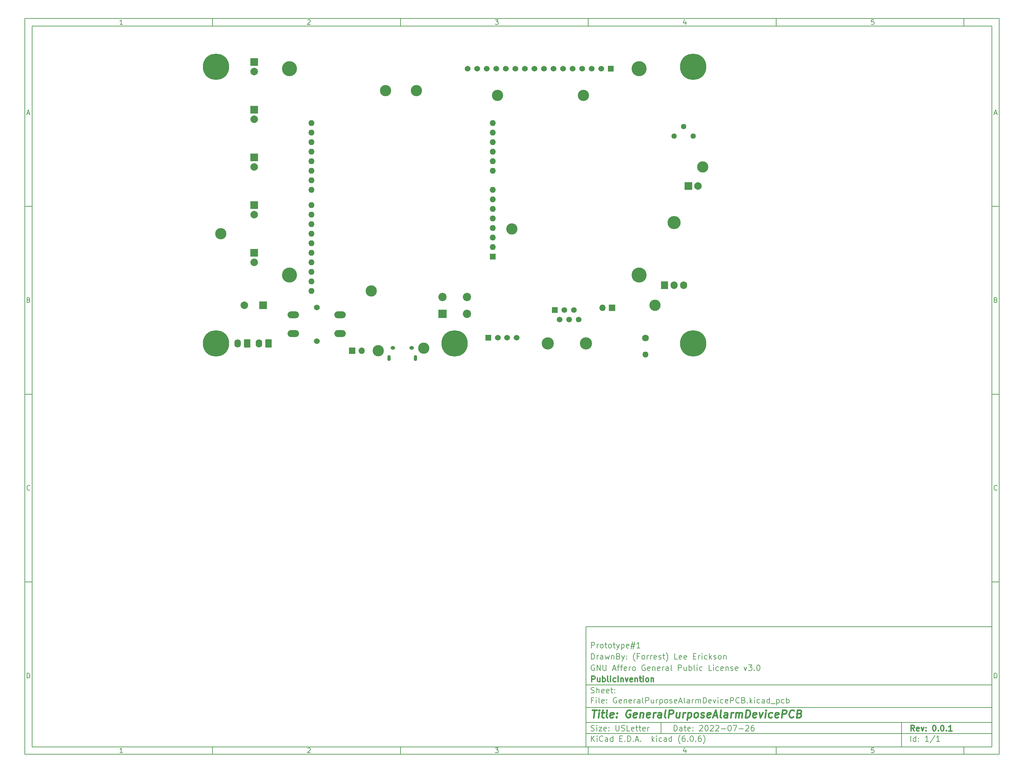
<source format=gbr>
%TF.GenerationSoftware,KiCad,Pcbnew,(6.0.6)*%
%TF.CreationDate,2023-02-21T08:10:28-05:00*%
%TF.ProjectId,GeneralPurposeAlarmDevicePCB,47656e65-7261-46c5-9075-72706f736541,0.0.1*%
%TF.SameCoordinates,Original*%
%TF.FileFunction,Soldermask,Bot*%
%TF.FilePolarity,Negative*%
%FSLAX46Y46*%
G04 Gerber Fmt 4.6, Leading zero omitted, Abs format (unit mm)*
G04 Created by KiCad (PCBNEW (6.0.6)) date 2023-02-21 08:10:28*
%MOMM*%
%LPD*%
G01*
G04 APERTURE LIST*
G04 Aperture macros list*
%AMRoundRect*
0 Rectangle with rounded corners*
0 $1 Rounding radius*
0 $2 $3 $4 $5 $6 $7 $8 $9 X,Y pos of 4 corners*
0 Add a 4 corners polygon primitive as box body*
4,1,4,$2,$3,$4,$5,$6,$7,$8,$9,$2,$3,0*
0 Add four circle primitives for the rounded corners*
1,1,$1+$1,$2,$3*
1,1,$1+$1,$4,$5*
1,1,$1+$1,$6,$7*
1,1,$1+$1,$8,$9*
0 Add four rect primitives between the rounded corners*
20,1,$1+$1,$2,$3,$4,$5,0*
20,1,$1+$1,$4,$5,$6,$7,0*
20,1,$1+$1,$6,$7,$8,$9,0*
20,1,$1+$1,$8,$9,$2,$3,0*%
G04 Aperture macros list end*
%ADD10C,0.100000*%
%ADD11C,0.150000*%
%ADD12C,0.300000*%
%ADD13C,0.400000*%
%ADD14R,1.524000X1.524000*%
%ADD15C,1.524000*%
%ADD16C,0.800000*%
%ADD17C,7.000000*%
%ADD18O,1.250000X0.950000*%
%ADD19O,0.890000X1.550000*%
%ADD20RoundRect,0.250000X0.620000X0.845000X-0.620000X0.845000X-0.620000X-0.845000X0.620000X-0.845000X0*%
%ADD21O,1.740000X2.190000*%
%ADD22R,1.700000X1.700000*%
%ADD23O,1.700000X1.700000*%
%ADD24C,1.800000*%
%ADD25O,1.600000X1.600000*%
%ADD26C,3.250000*%
%ADD27R,1.520000X1.520000*%
%ADD28C,1.520000*%
%ADD29C,3.000000*%
%ADD30O,3.500000X3.500000*%
%ADD31R,1.905000X2.000000*%
%ADD32O,1.905000X2.000000*%
%ADD33R,2.200000X2.200000*%
%ADD34C,2.200000*%
%ADD35R,2.000000X2.000000*%
%ADD36C,2.000000*%
%ADD37R,1.600000X1.600000*%
%ADD38C,1.440000*%
%ADD39O,3.048000X1.850000*%
%ADD40C,4.000000*%
G04 APERTURE END LIST*
D10*
D11*
X159400000Y-171900000D02*
X159400000Y-203900000D01*
X267400000Y-203900000D01*
X267400000Y-171900000D01*
X159400000Y-171900000D01*
D10*
D11*
X10000000Y-10000000D02*
X10000000Y-205900000D01*
X269400000Y-205900000D01*
X269400000Y-10000000D01*
X10000000Y-10000000D01*
D10*
D11*
X12000000Y-12000000D02*
X12000000Y-203900000D01*
X267400000Y-203900000D01*
X267400000Y-12000000D01*
X12000000Y-12000000D01*
D10*
D11*
X60000000Y-12000000D02*
X60000000Y-10000000D01*
D10*
D11*
X110000000Y-12000000D02*
X110000000Y-10000000D01*
D10*
D11*
X160000000Y-12000000D02*
X160000000Y-10000000D01*
D10*
D11*
X210000000Y-12000000D02*
X210000000Y-10000000D01*
D10*
D11*
X260000000Y-12000000D02*
X260000000Y-10000000D01*
D10*
D11*
X36065476Y-11588095D02*
X35322619Y-11588095D01*
X35694047Y-11588095D02*
X35694047Y-10288095D01*
X35570238Y-10473809D01*
X35446428Y-10597619D01*
X35322619Y-10659523D01*
D10*
D11*
X85322619Y-10411904D02*
X85384523Y-10350000D01*
X85508333Y-10288095D01*
X85817857Y-10288095D01*
X85941666Y-10350000D01*
X86003571Y-10411904D01*
X86065476Y-10535714D01*
X86065476Y-10659523D01*
X86003571Y-10845238D01*
X85260714Y-11588095D01*
X86065476Y-11588095D01*
D10*
D11*
X135260714Y-10288095D02*
X136065476Y-10288095D01*
X135632142Y-10783333D01*
X135817857Y-10783333D01*
X135941666Y-10845238D01*
X136003571Y-10907142D01*
X136065476Y-11030952D01*
X136065476Y-11340476D01*
X136003571Y-11464285D01*
X135941666Y-11526190D01*
X135817857Y-11588095D01*
X135446428Y-11588095D01*
X135322619Y-11526190D01*
X135260714Y-11464285D01*
D10*
D11*
X185941666Y-10721428D02*
X185941666Y-11588095D01*
X185632142Y-10226190D02*
X185322619Y-11154761D01*
X186127380Y-11154761D01*
D10*
D11*
X236003571Y-10288095D02*
X235384523Y-10288095D01*
X235322619Y-10907142D01*
X235384523Y-10845238D01*
X235508333Y-10783333D01*
X235817857Y-10783333D01*
X235941666Y-10845238D01*
X236003571Y-10907142D01*
X236065476Y-11030952D01*
X236065476Y-11340476D01*
X236003571Y-11464285D01*
X235941666Y-11526190D01*
X235817857Y-11588095D01*
X235508333Y-11588095D01*
X235384523Y-11526190D01*
X235322619Y-11464285D01*
D10*
D11*
X60000000Y-203900000D02*
X60000000Y-205900000D01*
D10*
D11*
X110000000Y-203900000D02*
X110000000Y-205900000D01*
D10*
D11*
X160000000Y-203900000D02*
X160000000Y-205900000D01*
D10*
D11*
X210000000Y-203900000D02*
X210000000Y-205900000D01*
D10*
D11*
X260000000Y-203900000D02*
X260000000Y-205900000D01*
D10*
D11*
X36065476Y-205488095D02*
X35322619Y-205488095D01*
X35694047Y-205488095D02*
X35694047Y-204188095D01*
X35570238Y-204373809D01*
X35446428Y-204497619D01*
X35322619Y-204559523D01*
D10*
D11*
X85322619Y-204311904D02*
X85384523Y-204250000D01*
X85508333Y-204188095D01*
X85817857Y-204188095D01*
X85941666Y-204250000D01*
X86003571Y-204311904D01*
X86065476Y-204435714D01*
X86065476Y-204559523D01*
X86003571Y-204745238D01*
X85260714Y-205488095D01*
X86065476Y-205488095D01*
D10*
D11*
X135260714Y-204188095D02*
X136065476Y-204188095D01*
X135632142Y-204683333D01*
X135817857Y-204683333D01*
X135941666Y-204745238D01*
X136003571Y-204807142D01*
X136065476Y-204930952D01*
X136065476Y-205240476D01*
X136003571Y-205364285D01*
X135941666Y-205426190D01*
X135817857Y-205488095D01*
X135446428Y-205488095D01*
X135322619Y-205426190D01*
X135260714Y-205364285D01*
D10*
D11*
X185941666Y-204621428D02*
X185941666Y-205488095D01*
X185632142Y-204126190D02*
X185322619Y-205054761D01*
X186127380Y-205054761D01*
D10*
D11*
X236003571Y-204188095D02*
X235384523Y-204188095D01*
X235322619Y-204807142D01*
X235384523Y-204745238D01*
X235508333Y-204683333D01*
X235817857Y-204683333D01*
X235941666Y-204745238D01*
X236003571Y-204807142D01*
X236065476Y-204930952D01*
X236065476Y-205240476D01*
X236003571Y-205364285D01*
X235941666Y-205426190D01*
X235817857Y-205488095D01*
X235508333Y-205488095D01*
X235384523Y-205426190D01*
X235322619Y-205364285D01*
D10*
D11*
X10000000Y-60000000D02*
X12000000Y-60000000D01*
D10*
D11*
X10000000Y-110000000D02*
X12000000Y-110000000D01*
D10*
D11*
X10000000Y-160000000D02*
X12000000Y-160000000D01*
D10*
D11*
X10690476Y-35216666D02*
X11309523Y-35216666D01*
X10566666Y-35588095D02*
X11000000Y-34288095D01*
X11433333Y-35588095D01*
D10*
D11*
X11092857Y-84907142D02*
X11278571Y-84969047D01*
X11340476Y-85030952D01*
X11402380Y-85154761D01*
X11402380Y-85340476D01*
X11340476Y-85464285D01*
X11278571Y-85526190D01*
X11154761Y-85588095D01*
X10659523Y-85588095D01*
X10659523Y-84288095D01*
X11092857Y-84288095D01*
X11216666Y-84350000D01*
X11278571Y-84411904D01*
X11340476Y-84535714D01*
X11340476Y-84659523D01*
X11278571Y-84783333D01*
X11216666Y-84845238D01*
X11092857Y-84907142D01*
X10659523Y-84907142D01*
D10*
D11*
X11402380Y-135464285D02*
X11340476Y-135526190D01*
X11154761Y-135588095D01*
X11030952Y-135588095D01*
X10845238Y-135526190D01*
X10721428Y-135402380D01*
X10659523Y-135278571D01*
X10597619Y-135030952D01*
X10597619Y-134845238D01*
X10659523Y-134597619D01*
X10721428Y-134473809D01*
X10845238Y-134350000D01*
X11030952Y-134288095D01*
X11154761Y-134288095D01*
X11340476Y-134350000D01*
X11402380Y-134411904D01*
D10*
D11*
X10659523Y-185588095D02*
X10659523Y-184288095D01*
X10969047Y-184288095D01*
X11154761Y-184350000D01*
X11278571Y-184473809D01*
X11340476Y-184597619D01*
X11402380Y-184845238D01*
X11402380Y-185030952D01*
X11340476Y-185278571D01*
X11278571Y-185402380D01*
X11154761Y-185526190D01*
X10969047Y-185588095D01*
X10659523Y-185588095D01*
D10*
D11*
X269400000Y-60000000D02*
X267400000Y-60000000D01*
D10*
D11*
X269400000Y-110000000D02*
X267400000Y-110000000D01*
D10*
D11*
X269400000Y-160000000D02*
X267400000Y-160000000D01*
D10*
D11*
X268090476Y-35216666D02*
X268709523Y-35216666D01*
X267966666Y-35588095D02*
X268400000Y-34288095D01*
X268833333Y-35588095D01*
D10*
D11*
X268492857Y-84907142D02*
X268678571Y-84969047D01*
X268740476Y-85030952D01*
X268802380Y-85154761D01*
X268802380Y-85340476D01*
X268740476Y-85464285D01*
X268678571Y-85526190D01*
X268554761Y-85588095D01*
X268059523Y-85588095D01*
X268059523Y-84288095D01*
X268492857Y-84288095D01*
X268616666Y-84350000D01*
X268678571Y-84411904D01*
X268740476Y-84535714D01*
X268740476Y-84659523D01*
X268678571Y-84783333D01*
X268616666Y-84845238D01*
X268492857Y-84907142D01*
X268059523Y-84907142D01*
D10*
D11*
X268802380Y-135464285D02*
X268740476Y-135526190D01*
X268554761Y-135588095D01*
X268430952Y-135588095D01*
X268245238Y-135526190D01*
X268121428Y-135402380D01*
X268059523Y-135278571D01*
X267997619Y-135030952D01*
X267997619Y-134845238D01*
X268059523Y-134597619D01*
X268121428Y-134473809D01*
X268245238Y-134350000D01*
X268430952Y-134288095D01*
X268554761Y-134288095D01*
X268740476Y-134350000D01*
X268802380Y-134411904D01*
D10*
D11*
X268059523Y-185588095D02*
X268059523Y-184288095D01*
X268369047Y-184288095D01*
X268554761Y-184350000D01*
X268678571Y-184473809D01*
X268740476Y-184597619D01*
X268802380Y-184845238D01*
X268802380Y-185030952D01*
X268740476Y-185278571D01*
X268678571Y-185402380D01*
X268554761Y-185526190D01*
X268369047Y-185588095D01*
X268059523Y-185588095D01*
D10*
D11*
X182832142Y-199678571D02*
X182832142Y-198178571D01*
X183189285Y-198178571D01*
X183403571Y-198250000D01*
X183546428Y-198392857D01*
X183617857Y-198535714D01*
X183689285Y-198821428D01*
X183689285Y-199035714D01*
X183617857Y-199321428D01*
X183546428Y-199464285D01*
X183403571Y-199607142D01*
X183189285Y-199678571D01*
X182832142Y-199678571D01*
X184975000Y-199678571D02*
X184975000Y-198892857D01*
X184903571Y-198750000D01*
X184760714Y-198678571D01*
X184475000Y-198678571D01*
X184332142Y-198750000D01*
X184975000Y-199607142D02*
X184832142Y-199678571D01*
X184475000Y-199678571D01*
X184332142Y-199607142D01*
X184260714Y-199464285D01*
X184260714Y-199321428D01*
X184332142Y-199178571D01*
X184475000Y-199107142D01*
X184832142Y-199107142D01*
X184975000Y-199035714D01*
X185475000Y-198678571D02*
X186046428Y-198678571D01*
X185689285Y-198178571D02*
X185689285Y-199464285D01*
X185760714Y-199607142D01*
X185903571Y-199678571D01*
X186046428Y-199678571D01*
X187117857Y-199607142D02*
X186975000Y-199678571D01*
X186689285Y-199678571D01*
X186546428Y-199607142D01*
X186475000Y-199464285D01*
X186475000Y-198892857D01*
X186546428Y-198750000D01*
X186689285Y-198678571D01*
X186975000Y-198678571D01*
X187117857Y-198750000D01*
X187189285Y-198892857D01*
X187189285Y-199035714D01*
X186475000Y-199178571D01*
X187832142Y-199535714D02*
X187903571Y-199607142D01*
X187832142Y-199678571D01*
X187760714Y-199607142D01*
X187832142Y-199535714D01*
X187832142Y-199678571D01*
X187832142Y-198750000D02*
X187903571Y-198821428D01*
X187832142Y-198892857D01*
X187760714Y-198821428D01*
X187832142Y-198750000D01*
X187832142Y-198892857D01*
X189617857Y-198321428D02*
X189689285Y-198250000D01*
X189832142Y-198178571D01*
X190189285Y-198178571D01*
X190332142Y-198250000D01*
X190403571Y-198321428D01*
X190475000Y-198464285D01*
X190475000Y-198607142D01*
X190403571Y-198821428D01*
X189546428Y-199678571D01*
X190475000Y-199678571D01*
X191403571Y-198178571D02*
X191546428Y-198178571D01*
X191689285Y-198250000D01*
X191760714Y-198321428D01*
X191832142Y-198464285D01*
X191903571Y-198750000D01*
X191903571Y-199107142D01*
X191832142Y-199392857D01*
X191760714Y-199535714D01*
X191689285Y-199607142D01*
X191546428Y-199678571D01*
X191403571Y-199678571D01*
X191260714Y-199607142D01*
X191189285Y-199535714D01*
X191117857Y-199392857D01*
X191046428Y-199107142D01*
X191046428Y-198750000D01*
X191117857Y-198464285D01*
X191189285Y-198321428D01*
X191260714Y-198250000D01*
X191403571Y-198178571D01*
X192475000Y-198321428D02*
X192546428Y-198250000D01*
X192689285Y-198178571D01*
X193046428Y-198178571D01*
X193189285Y-198250000D01*
X193260714Y-198321428D01*
X193332142Y-198464285D01*
X193332142Y-198607142D01*
X193260714Y-198821428D01*
X192403571Y-199678571D01*
X193332142Y-199678571D01*
X193903571Y-198321428D02*
X193975000Y-198250000D01*
X194117857Y-198178571D01*
X194475000Y-198178571D01*
X194617857Y-198250000D01*
X194689285Y-198321428D01*
X194760714Y-198464285D01*
X194760714Y-198607142D01*
X194689285Y-198821428D01*
X193832142Y-199678571D01*
X194760714Y-199678571D01*
X195403571Y-199107142D02*
X196546428Y-199107142D01*
X197546428Y-198178571D02*
X197689285Y-198178571D01*
X197832142Y-198250000D01*
X197903571Y-198321428D01*
X197975000Y-198464285D01*
X198046428Y-198750000D01*
X198046428Y-199107142D01*
X197975000Y-199392857D01*
X197903571Y-199535714D01*
X197832142Y-199607142D01*
X197689285Y-199678571D01*
X197546428Y-199678571D01*
X197403571Y-199607142D01*
X197332142Y-199535714D01*
X197260714Y-199392857D01*
X197189285Y-199107142D01*
X197189285Y-198750000D01*
X197260714Y-198464285D01*
X197332142Y-198321428D01*
X197403571Y-198250000D01*
X197546428Y-198178571D01*
X198546428Y-198178571D02*
X199546428Y-198178571D01*
X198903571Y-199678571D01*
X200117857Y-199107142D02*
X201260714Y-199107142D01*
X201903571Y-198321428D02*
X201975000Y-198250000D01*
X202117857Y-198178571D01*
X202475000Y-198178571D01*
X202617857Y-198250000D01*
X202689285Y-198321428D01*
X202760714Y-198464285D01*
X202760714Y-198607142D01*
X202689285Y-198821428D01*
X201832142Y-199678571D01*
X202760714Y-199678571D01*
X204046428Y-198178571D02*
X203760714Y-198178571D01*
X203617857Y-198250000D01*
X203546428Y-198321428D01*
X203403571Y-198535714D01*
X203332142Y-198821428D01*
X203332142Y-199392857D01*
X203403571Y-199535714D01*
X203475000Y-199607142D01*
X203617857Y-199678571D01*
X203903571Y-199678571D01*
X204046428Y-199607142D01*
X204117857Y-199535714D01*
X204189285Y-199392857D01*
X204189285Y-199035714D01*
X204117857Y-198892857D01*
X204046428Y-198821428D01*
X203903571Y-198750000D01*
X203617857Y-198750000D01*
X203475000Y-198821428D01*
X203403571Y-198892857D01*
X203332142Y-199035714D01*
D10*
D11*
X159400000Y-200400000D02*
X267400000Y-200400000D01*
D10*
D11*
X160832142Y-202478571D02*
X160832142Y-200978571D01*
X161689285Y-202478571D02*
X161046428Y-201621428D01*
X161689285Y-200978571D02*
X160832142Y-201835714D01*
X162332142Y-202478571D02*
X162332142Y-201478571D01*
X162332142Y-200978571D02*
X162260714Y-201050000D01*
X162332142Y-201121428D01*
X162403571Y-201050000D01*
X162332142Y-200978571D01*
X162332142Y-201121428D01*
X163903571Y-202335714D02*
X163832142Y-202407142D01*
X163617857Y-202478571D01*
X163475000Y-202478571D01*
X163260714Y-202407142D01*
X163117857Y-202264285D01*
X163046428Y-202121428D01*
X162975000Y-201835714D01*
X162975000Y-201621428D01*
X163046428Y-201335714D01*
X163117857Y-201192857D01*
X163260714Y-201050000D01*
X163475000Y-200978571D01*
X163617857Y-200978571D01*
X163832142Y-201050000D01*
X163903571Y-201121428D01*
X165189285Y-202478571D02*
X165189285Y-201692857D01*
X165117857Y-201550000D01*
X164975000Y-201478571D01*
X164689285Y-201478571D01*
X164546428Y-201550000D01*
X165189285Y-202407142D02*
X165046428Y-202478571D01*
X164689285Y-202478571D01*
X164546428Y-202407142D01*
X164475000Y-202264285D01*
X164475000Y-202121428D01*
X164546428Y-201978571D01*
X164689285Y-201907142D01*
X165046428Y-201907142D01*
X165189285Y-201835714D01*
X166546428Y-202478571D02*
X166546428Y-200978571D01*
X166546428Y-202407142D02*
X166403571Y-202478571D01*
X166117857Y-202478571D01*
X165975000Y-202407142D01*
X165903571Y-202335714D01*
X165832142Y-202192857D01*
X165832142Y-201764285D01*
X165903571Y-201621428D01*
X165975000Y-201550000D01*
X166117857Y-201478571D01*
X166403571Y-201478571D01*
X166546428Y-201550000D01*
X168403571Y-201692857D02*
X168903571Y-201692857D01*
X169117857Y-202478571D02*
X168403571Y-202478571D01*
X168403571Y-200978571D01*
X169117857Y-200978571D01*
X169760714Y-202335714D02*
X169832142Y-202407142D01*
X169760714Y-202478571D01*
X169689285Y-202407142D01*
X169760714Y-202335714D01*
X169760714Y-202478571D01*
X170475000Y-202478571D02*
X170475000Y-200978571D01*
X170832142Y-200978571D01*
X171046428Y-201050000D01*
X171189285Y-201192857D01*
X171260714Y-201335714D01*
X171332142Y-201621428D01*
X171332142Y-201835714D01*
X171260714Y-202121428D01*
X171189285Y-202264285D01*
X171046428Y-202407142D01*
X170832142Y-202478571D01*
X170475000Y-202478571D01*
X171975000Y-202335714D02*
X172046428Y-202407142D01*
X171975000Y-202478571D01*
X171903571Y-202407142D01*
X171975000Y-202335714D01*
X171975000Y-202478571D01*
X172617857Y-202050000D02*
X173332142Y-202050000D01*
X172475000Y-202478571D02*
X172975000Y-200978571D01*
X173475000Y-202478571D01*
X173975000Y-202335714D02*
X174046428Y-202407142D01*
X173975000Y-202478571D01*
X173903571Y-202407142D01*
X173975000Y-202335714D01*
X173975000Y-202478571D01*
X176975000Y-202478571D02*
X176975000Y-200978571D01*
X177117857Y-201907142D02*
X177546428Y-202478571D01*
X177546428Y-201478571D02*
X176975000Y-202050000D01*
X178189285Y-202478571D02*
X178189285Y-201478571D01*
X178189285Y-200978571D02*
X178117857Y-201050000D01*
X178189285Y-201121428D01*
X178260714Y-201050000D01*
X178189285Y-200978571D01*
X178189285Y-201121428D01*
X179546428Y-202407142D02*
X179403571Y-202478571D01*
X179117857Y-202478571D01*
X178975000Y-202407142D01*
X178903571Y-202335714D01*
X178832142Y-202192857D01*
X178832142Y-201764285D01*
X178903571Y-201621428D01*
X178975000Y-201550000D01*
X179117857Y-201478571D01*
X179403571Y-201478571D01*
X179546428Y-201550000D01*
X180832142Y-202478571D02*
X180832142Y-201692857D01*
X180760714Y-201550000D01*
X180617857Y-201478571D01*
X180332142Y-201478571D01*
X180189285Y-201550000D01*
X180832142Y-202407142D02*
X180689285Y-202478571D01*
X180332142Y-202478571D01*
X180189285Y-202407142D01*
X180117857Y-202264285D01*
X180117857Y-202121428D01*
X180189285Y-201978571D01*
X180332142Y-201907142D01*
X180689285Y-201907142D01*
X180832142Y-201835714D01*
X182189285Y-202478571D02*
X182189285Y-200978571D01*
X182189285Y-202407142D02*
X182046428Y-202478571D01*
X181760714Y-202478571D01*
X181617857Y-202407142D01*
X181546428Y-202335714D01*
X181475000Y-202192857D01*
X181475000Y-201764285D01*
X181546428Y-201621428D01*
X181617857Y-201550000D01*
X181760714Y-201478571D01*
X182046428Y-201478571D01*
X182189285Y-201550000D01*
X184475000Y-203050000D02*
X184403571Y-202978571D01*
X184260714Y-202764285D01*
X184189285Y-202621428D01*
X184117857Y-202407142D01*
X184046428Y-202050000D01*
X184046428Y-201764285D01*
X184117857Y-201407142D01*
X184189285Y-201192857D01*
X184260714Y-201050000D01*
X184403571Y-200835714D01*
X184475000Y-200764285D01*
X185689285Y-200978571D02*
X185403571Y-200978571D01*
X185260714Y-201050000D01*
X185189285Y-201121428D01*
X185046428Y-201335714D01*
X184975000Y-201621428D01*
X184975000Y-202192857D01*
X185046428Y-202335714D01*
X185117857Y-202407142D01*
X185260714Y-202478571D01*
X185546428Y-202478571D01*
X185689285Y-202407142D01*
X185760714Y-202335714D01*
X185832142Y-202192857D01*
X185832142Y-201835714D01*
X185760714Y-201692857D01*
X185689285Y-201621428D01*
X185546428Y-201550000D01*
X185260714Y-201550000D01*
X185117857Y-201621428D01*
X185046428Y-201692857D01*
X184975000Y-201835714D01*
X186475000Y-202335714D02*
X186546428Y-202407142D01*
X186475000Y-202478571D01*
X186403571Y-202407142D01*
X186475000Y-202335714D01*
X186475000Y-202478571D01*
X187475000Y-200978571D02*
X187617857Y-200978571D01*
X187760714Y-201050000D01*
X187832142Y-201121428D01*
X187903571Y-201264285D01*
X187975000Y-201550000D01*
X187975000Y-201907142D01*
X187903571Y-202192857D01*
X187832142Y-202335714D01*
X187760714Y-202407142D01*
X187617857Y-202478571D01*
X187475000Y-202478571D01*
X187332142Y-202407142D01*
X187260714Y-202335714D01*
X187189285Y-202192857D01*
X187117857Y-201907142D01*
X187117857Y-201550000D01*
X187189285Y-201264285D01*
X187260714Y-201121428D01*
X187332142Y-201050000D01*
X187475000Y-200978571D01*
X188617857Y-202335714D02*
X188689285Y-202407142D01*
X188617857Y-202478571D01*
X188546428Y-202407142D01*
X188617857Y-202335714D01*
X188617857Y-202478571D01*
X189975000Y-200978571D02*
X189689285Y-200978571D01*
X189546428Y-201050000D01*
X189475000Y-201121428D01*
X189332142Y-201335714D01*
X189260714Y-201621428D01*
X189260714Y-202192857D01*
X189332142Y-202335714D01*
X189403571Y-202407142D01*
X189546428Y-202478571D01*
X189832142Y-202478571D01*
X189975000Y-202407142D01*
X190046428Y-202335714D01*
X190117857Y-202192857D01*
X190117857Y-201835714D01*
X190046428Y-201692857D01*
X189975000Y-201621428D01*
X189832142Y-201550000D01*
X189546428Y-201550000D01*
X189403571Y-201621428D01*
X189332142Y-201692857D01*
X189260714Y-201835714D01*
X190617857Y-203050000D02*
X190689285Y-202978571D01*
X190832142Y-202764285D01*
X190903571Y-202621428D01*
X190975000Y-202407142D01*
X191046428Y-202050000D01*
X191046428Y-201764285D01*
X190975000Y-201407142D01*
X190903571Y-201192857D01*
X190832142Y-201050000D01*
X190689285Y-200835714D01*
X190617857Y-200764285D01*
D10*
D11*
X159400000Y-197400000D02*
X267400000Y-197400000D01*
D10*
D12*
X246809285Y-199678571D02*
X246309285Y-198964285D01*
X245952142Y-199678571D02*
X245952142Y-198178571D01*
X246523571Y-198178571D01*
X246666428Y-198250000D01*
X246737857Y-198321428D01*
X246809285Y-198464285D01*
X246809285Y-198678571D01*
X246737857Y-198821428D01*
X246666428Y-198892857D01*
X246523571Y-198964285D01*
X245952142Y-198964285D01*
X248023571Y-199607142D02*
X247880714Y-199678571D01*
X247595000Y-199678571D01*
X247452142Y-199607142D01*
X247380714Y-199464285D01*
X247380714Y-198892857D01*
X247452142Y-198750000D01*
X247595000Y-198678571D01*
X247880714Y-198678571D01*
X248023571Y-198750000D01*
X248095000Y-198892857D01*
X248095000Y-199035714D01*
X247380714Y-199178571D01*
X248595000Y-198678571D02*
X248952142Y-199678571D01*
X249309285Y-198678571D01*
X249880714Y-199535714D02*
X249952142Y-199607142D01*
X249880714Y-199678571D01*
X249809285Y-199607142D01*
X249880714Y-199535714D01*
X249880714Y-199678571D01*
X249880714Y-198750000D02*
X249952142Y-198821428D01*
X249880714Y-198892857D01*
X249809285Y-198821428D01*
X249880714Y-198750000D01*
X249880714Y-198892857D01*
X252023571Y-198178571D02*
X252166428Y-198178571D01*
X252309285Y-198250000D01*
X252380714Y-198321428D01*
X252452142Y-198464285D01*
X252523571Y-198750000D01*
X252523571Y-199107142D01*
X252452142Y-199392857D01*
X252380714Y-199535714D01*
X252309285Y-199607142D01*
X252166428Y-199678571D01*
X252023571Y-199678571D01*
X251880714Y-199607142D01*
X251809285Y-199535714D01*
X251737857Y-199392857D01*
X251666428Y-199107142D01*
X251666428Y-198750000D01*
X251737857Y-198464285D01*
X251809285Y-198321428D01*
X251880714Y-198250000D01*
X252023571Y-198178571D01*
X253166428Y-199535714D02*
X253237857Y-199607142D01*
X253166428Y-199678571D01*
X253095000Y-199607142D01*
X253166428Y-199535714D01*
X253166428Y-199678571D01*
X254166428Y-198178571D02*
X254309285Y-198178571D01*
X254452142Y-198250000D01*
X254523571Y-198321428D01*
X254595000Y-198464285D01*
X254666428Y-198750000D01*
X254666428Y-199107142D01*
X254595000Y-199392857D01*
X254523571Y-199535714D01*
X254452142Y-199607142D01*
X254309285Y-199678571D01*
X254166428Y-199678571D01*
X254023571Y-199607142D01*
X253952142Y-199535714D01*
X253880714Y-199392857D01*
X253809285Y-199107142D01*
X253809285Y-198750000D01*
X253880714Y-198464285D01*
X253952142Y-198321428D01*
X254023571Y-198250000D01*
X254166428Y-198178571D01*
X255309285Y-199535714D02*
X255380714Y-199607142D01*
X255309285Y-199678571D01*
X255237857Y-199607142D01*
X255309285Y-199535714D01*
X255309285Y-199678571D01*
X256809285Y-199678571D02*
X255952142Y-199678571D01*
X256380714Y-199678571D02*
X256380714Y-198178571D01*
X256237857Y-198392857D01*
X256095000Y-198535714D01*
X255952142Y-198607142D01*
D10*
D11*
X160760714Y-199607142D02*
X160975000Y-199678571D01*
X161332142Y-199678571D01*
X161475000Y-199607142D01*
X161546428Y-199535714D01*
X161617857Y-199392857D01*
X161617857Y-199250000D01*
X161546428Y-199107142D01*
X161475000Y-199035714D01*
X161332142Y-198964285D01*
X161046428Y-198892857D01*
X160903571Y-198821428D01*
X160832142Y-198750000D01*
X160760714Y-198607142D01*
X160760714Y-198464285D01*
X160832142Y-198321428D01*
X160903571Y-198250000D01*
X161046428Y-198178571D01*
X161403571Y-198178571D01*
X161617857Y-198250000D01*
X162260714Y-199678571D02*
X162260714Y-198678571D01*
X162260714Y-198178571D02*
X162189285Y-198250000D01*
X162260714Y-198321428D01*
X162332142Y-198250000D01*
X162260714Y-198178571D01*
X162260714Y-198321428D01*
X162832142Y-198678571D02*
X163617857Y-198678571D01*
X162832142Y-199678571D01*
X163617857Y-199678571D01*
X164760714Y-199607142D02*
X164617857Y-199678571D01*
X164332142Y-199678571D01*
X164189285Y-199607142D01*
X164117857Y-199464285D01*
X164117857Y-198892857D01*
X164189285Y-198750000D01*
X164332142Y-198678571D01*
X164617857Y-198678571D01*
X164760714Y-198750000D01*
X164832142Y-198892857D01*
X164832142Y-199035714D01*
X164117857Y-199178571D01*
X165475000Y-199535714D02*
X165546428Y-199607142D01*
X165475000Y-199678571D01*
X165403571Y-199607142D01*
X165475000Y-199535714D01*
X165475000Y-199678571D01*
X165475000Y-198750000D02*
X165546428Y-198821428D01*
X165475000Y-198892857D01*
X165403571Y-198821428D01*
X165475000Y-198750000D01*
X165475000Y-198892857D01*
X167332142Y-198178571D02*
X167332142Y-199392857D01*
X167403571Y-199535714D01*
X167475000Y-199607142D01*
X167617857Y-199678571D01*
X167903571Y-199678571D01*
X168046428Y-199607142D01*
X168117857Y-199535714D01*
X168189285Y-199392857D01*
X168189285Y-198178571D01*
X168832142Y-199607142D02*
X169046428Y-199678571D01*
X169403571Y-199678571D01*
X169546428Y-199607142D01*
X169617857Y-199535714D01*
X169689285Y-199392857D01*
X169689285Y-199250000D01*
X169617857Y-199107142D01*
X169546428Y-199035714D01*
X169403571Y-198964285D01*
X169117857Y-198892857D01*
X168975000Y-198821428D01*
X168903571Y-198750000D01*
X168832142Y-198607142D01*
X168832142Y-198464285D01*
X168903571Y-198321428D01*
X168975000Y-198250000D01*
X169117857Y-198178571D01*
X169475000Y-198178571D01*
X169689285Y-198250000D01*
X171046428Y-199678571D02*
X170332142Y-199678571D01*
X170332142Y-198178571D01*
X172117857Y-199607142D02*
X171975000Y-199678571D01*
X171689285Y-199678571D01*
X171546428Y-199607142D01*
X171475000Y-199464285D01*
X171475000Y-198892857D01*
X171546428Y-198750000D01*
X171689285Y-198678571D01*
X171975000Y-198678571D01*
X172117857Y-198750000D01*
X172189285Y-198892857D01*
X172189285Y-199035714D01*
X171475000Y-199178571D01*
X172617857Y-198678571D02*
X173189285Y-198678571D01*
X172832142Y-198178571D02*
X172832142Y-199464285D01*
X172903571Y-199607142D01*
X173046428Y-199678571D01*
X173189285Y-199678571D01*
X173475000Y-198678571D02*
X174046428Y-198678571D01*
X173689285Y-198178571D02*
X173689285Y-199464285D01*
X173760714Y-199607142D01*
X173903571Y-199678571D01*
X174046428Y-199678571D01*
X175117857Y-199607142D02*
X174975000Y-199678571D01*
X174689285Y-199678571D01*
X174546428Y-199607142D01*
X174475000Y-199464285D01*
X174475000Y-198892857D01*
X174546428Y-198750000D01*
X174689285Y-198678571D01*
X174975000Y-198678571D01*
X175117857Y-198750000D01*
X175189285Y-198892857D01*
X175189285Y-199035714D01*
X174475000Y-199178571D01*
X175832142Y-199678571D02*
X175832142Y-198678571D01*
X175832142Y-198964285D02*
X175903571Y-198821428D01*
X175975000Y-198750000D01*
X176117857Y-198678571D01*
X176260714Y-198678571D01*
D10*
D11*
X245832142Y-202478571D02*
X245832142Y-200978571D01*
X247189285Y-202478571D02*
X247189285Y-200978571D01*
X247189285Y-202407142D02*
X247046428Y-202478571D01*
X246760714Y-202478571D01*
X246617857Y-202407142D01*
X246546428Y-202335714D01*
X246475000Y-202192857D01*
X246475000Y-201764285D01*
X246546428Y-201621428D01*
X246617857Y-201550000D01*
X246760714Y-201478571D01*
X247046428Y-201478571D01*
X247189285Y-201550000D01*
X247903571Y-202335714D02*
X247975000Y-202407142D01*
X247903571Y-202478571D01*
X247832142Y-202407142D01*
X247903571Y-202335714D01*
X247903571Y-202478571D01*
X247903571Y-201550000D02*
X247975000Y-201621428D01*
X247903571Y-201692857D01*
X247832142Y-201621428D01*
X247903571Y-201550000D01*
X247903571Y-201692857D01*
X250546428Y-202478571D02*
X249689285Y-202478571D01*
X250117857Y-202478571D02*
X250117857Y-200978571D01*
X249975000Y-201192857D01*
X249832142Y-201335714D01*
X249689285Y-201407142D01*
X252260714Y-200907142D02*
X250975000Y-202835714D01*
X253546428Y-202478571D02*
X252689285Y-202478571D01*
X253117857Y-202478571D02*
X253117857Y-200978571D01*
X252975000Y-201192857D01*
X252832142Y-201335714D01*
X252689285Y-201407142D01*
D10*
D11*
X159400000Y-193400000D02*
X267400000Y-193400000D01*
D10*
D13*
X161112380Y-194104761D02*
X162255238Y-194104761D01*
X161433809Y-196104761D02*
X161683809Y-194104761D01*
X162671904Y-196104761D02*
X162838571Y-194771428D01*
X162921904Y-194104761D02*
X162814761Y-194200000D01*
X162898095Y-194295238D01*
X163005238Y-194200000D01*
X162921904Y-194104761D01*
X162898095Y-194295238D01*
X163505238Y-194771428D02*
X164267142Y-194771428D01*
X163874285Y-194104761D02*
X163660000Y-195819047D01*
X163731428Y-196009523D01*
X163910000Y-196104761D01*
X164100476Y-196104761D01*
X165052857Y-196104761D02*
X164874285Y-196009523D01*
X164802857Y-195819047D01*
X165017142Y-194104761D01*
X166588571Y-196009523D02*
X166386190Y-196104761D01*
X166005238Y-196104761D01*
X165826666Y-196009523D01*
X165755238Y-195819047D01*
X165850476Y-195057142D01*
X165969523Y-194866666D01*
X166171904Y-194771428D01*
X166552857Y-194771428D01*
X166731428Y-194866666D01*
X166802857Y-195057142D01*
X166779047Y-195247619D01*
X165802857Y-195438095D01*
X167552857Y-195914285D02*
X167636190Y-196009523D01*
X167529047Y-196104761D01*
X167445714Y-196009523D01*
X167552857Y-195914285D01*
X167529047Y-196104761D01*
X167683809Y-194866666D02*
X167767142Y-194961904D01*
X167660000Y-195057142D01*
X167576666Y-194961904D01*
X167683809Y-194866666D01*
X167660000Y-195057142D01*
X171290952Y-194200000D02*
X171112380Y-194104761D01*
X170826666Y-194104761D01*
X170529047Y-194200000D01*
X170314761Y-194390476D01*
X170195714Y-194580952D01*
X170052857Y-194961904D01*
X170017142Y-195247619D01*
X170064761Y-195628571D01*
X170136190Y-195819047D01*
X170302857Y-196009523D01*
X170576666Y-196104761D01*
X170767142Y-196104761D01*
X171064761Y-196009523D01*
X171171904Y-195914285D01*
X171255238Y-195247619D01*
X170874285Y-195247619D01*
X172779047Y-196009523D02*
X172576666Y-196104761D01*
X172195714Y-196104761D01*
X172017142Y-196009523D01*
X171945714Y-195819047D01*
X172040952Y-195057142D01*
X172160000Y-194866666D01*
X172362380Y-194771428D01*
X172743333Y-194771428D01*
X172921904Y-194866666D01*
X172993333Y-195057142D01*
X172969523Y-195247619D01*
X171993333Y-195438095D01*
X173886190Y-194771428D02*
X173719523Y-196104761D01*
X173862380Y-194961904D02*
X173969523Y-194866666D01*
X174171904Y-194771428D01*
X174457619Y-194771428D01*
X174636190Y-194866666D01*
X174707619Y-195057142D01*
X174576666Y-196104761D01*
X176302857Y-196009523D02*
X176100476Y-196104761D01*
X175719523Y-196104761D01*
X175540952Y-196009523D01*
X175469523Y-195819047D01*
X175564761Y-195057142D01*
X175683809Y-194866666D01*
X175886190Y-194771428D01*
X176267142Y-194771428D01*
X176445714Y-194866666D01*
X176517142Y-195057142D01*
X176493333Y-195247619D01*
X175517142Y-195438095D01*
X177243333Y-196104761D02*
X177410000Y-194771428D01*
X177362380Y-195152380D02*
X177481428Y-194961904D01*
X177588571Y-194866666D01*
X177790952Y-194771428D01*
X177981428Y-194771428D01*
X179338571Y-196104761D02*
X179469523Y-195057142D01*
X179398095Y-194866666D01*
X179219523Y-194771428D01*
X178838571Y-194771428D01*
X178636190Y-194866666D01*
X179350476Y-196009523D02*
X179148095Y-196104761D01*
X178671904Y-196104761D01*
X178493333Y-196009523D01*
X178421904Y-195819047D01*
X178445714Y-195628571D01*
X178564761Y-195438095D01*
X178767142Y-195342857D01*
X179243333Y-195342857D01*
X179445714Y-195247619D01*
X180576666Y-196104761D02*
X180398095Y-196009523D01*
X180326666Y-195819047D01*
X180540952Y-194104761D01*
X181338571Y-196104761D02*
X181588571Y-194104761D01*
X182350476Y-194104761D01*
X182529047Y-194200000D01*
X182612380Y-194295238D01*
X182683809Y-194485714D01*
X182648095Y-194771428D01*
X182529047Y-194961904D01*
X182421904Y-195057142D01*
X182219523Y-195152380D01*
X181457619Y-195152380D01*
X184362380Y-194771428D02*
X184195714Y-196104761D01*
X183505238Y-194771428D02*
X183374285Y-195819047D01*
X183445714Y-196009523D01*
X183624285Y-196104761D01*
X183910000Y-196104761D01*
X184112380Y-196009523D01*
X184219523Y-195914285D01*
X185148095Y-196104761D02*
X185314761Y-194771428D01*
X185267142Y-195152380D02*
X185386190Y-194961904D01*
X185493333Y-194866666D01*
X185695714Y-194771428D01*
X185886190Y-194771428D01*
X186552857Y-194771428D02*
X186302857Y-196771428D01*
X186540952Y-194866666D02*
X186743333Y-194771428D01*
X187124285Y-194771428D01*
X187302857Y-194866666D01*
X187386190Y-194961904D01*
X187457619Y-195152380D01*
X187386190Y-195723809D01*
X187267142Y-195914285D01*
X187160000Y-196009523D01*
X186957619Y-196104761D01*
X186576666Y-196104761D01*
X186398095Y-196009523D01*
X188481428Y-196104761D02*
X188302857Y-196009523D01*
X188219523Y-195914285D01*
X188148095Y-195723809D01*
X188219523Y-195152380D01*
X188338571Y-194961904D01*
X188445714Y-194866666D01*
X188648095Y-194771428D01*
X188933809Y-194771428D01*
X189112380Y-194866666D01*
X189195714Y-194961904D01*
X189267142Y-195152380D01*
X189195714Y-195723809D01*
X189076666Y-195914285D01*
X188969523Y-196009523D01*
X188767142Y-196104761D01*
X188481428Y-196104761D01*
X189921904Y-196009523D02*
X190100476Y-196104761D01*
X190481428Y-196104761D01*
X190683809Y-196009523D01*
X190802857Y-195819047D01*
X190814761Y-195723809D01*
X190743333Y-195533333D01*
X190564761Y-195438095D01*
X190279047Y-195438095D01*
X190100476Y-195342857D01*
X190029047Y-195152380D01*
X190040952Y-195057142D01*
X190160000Y-194866666D01*
X190362380Y-194771428D01*
X190648095Y-194771428D01*
X190826666Y-194866666D01*
X192398095Y-196009523D02*
X192195714Y-196104761D01*
X191814761Y-196104761D01*
X191636190Y-196009523D01*
X191564761Y-195819047D01*
X191660000Y-195057142D01*
X191779047Y-194866666D01*
X191981428Y-194771428D01*
X192362380Y-194771428D01*
X192540952Y-194866666D01*
X192612380Y-195057142D01*
X192588571Y-195247619D01*
X191612380Y-195438095D01*
X193314761Y-195533333D02*
X194267142Y-195533333D01*
X193052857Y-196104761D02*
X193969523Y-194104761D01*
X194386190Y-196104761D01*
X195338571Y-196104761D02*
X195160000Y-196009523D01*
X195088571Y-195819047D01*
X195302857Y-194104761D01*
X196957619Y-196104761D02*
X197088571Y-195057142D01*
X197017142Y-194866666D01*
X196838571Y-194771428D01*
X196457619Y-194771428D01*
X196255238Y-194866666D01*
X196969523Y-196009523D02*
X196767142Y-196104761D01*
X196290952Y-196104761D01*
X196112380Y-196009523D01*
X196040952Y-195819047D01*
X196064761Y-195628571D01*
X196183809Y-195438095D01*
X196386190Y-195342857D01*
X196862380Y-195342857D01*
X197064761Y-195247619D01*
X197910000Y-196104761D02*
X198076666Y-194771428D01*
X198029047Y-195152380D02*
X198148095Y-194961904D01*
X198255238Y-194866666D01*
X198457619Y-194771428D01*
X198648095Y-194771428D01*
X199148095Y-196104761D02*
X199314761Y-194771428D01*
X199290952Y-194961904D02*
X199398095Y-194866666D01*
X199600476Y-194771428D01*
X199886190Y-194771428D01*
X200064761Y-194866666D01*
X200136190Y-195057142D01*
X200005238Y-196104761D01*
X200136190Y-195057142D02*
X200255238Y-194866666D01*
X200457619Y-194771428D01*
X200743333Y-194771428D01*
X200921904Y-194866666D01*
X200993333Y-195057142D01*
X200862380Y-196104761D01*
X201814761Y-196104761D02*
X202064761Y-194104761D01*
X202540952Y-194104761D01*
X202814761Y-194200000D01*
X202981428Y-194390476D01*
X203052857Y-194580952D01*
X203100476Y-194961904D01*
X203064761Y-195247619D01*
X202921904Y-195628571D01*
X202802857Y-195819047D01*
X202588571Y-196009523D01*
X202290952Y-196104761D01*
X201814761Y-196104761D01*
X204588571Y-196009523D02*
X204386190Y-196104761D01*
X204005238Y-196104761D01*
X203826666Y-196009523D01*
X203755238Y-195819047D01*
X203850476Y-195057142D01*
X203969523Y-194866666D01*
X204171904Y-194771428D01*
X204552857Y-194771428D01*
X204731428Y-194866666D01*
X204802857Y-195057142D01*
X204779047Y-195247619D01*
X203802857Y-195438095D01*
X205505238Y-194771428D02*
X205814761Y-196104761D01*
X206457619Y-194771428D01*
X207052857Y-196104761D02*
X207219523Y-194771428D01*
X207302857Y-194104761D02*
X207195714Y-194200000D01*
X207279047Y-194295238D01*
X207386190Y-194200000D01*
X207302857Y-194104761D01*
X207279047Y-194295238D01*
X208874285Y-196009523D02*
X208671904Y-196104761D01*
X208290952Y-196104761D01*
X208112380Y-196009523D01*
X208029047Y-195914285D01*
X207957619Y-195723809D01*
X208029047Y-195152380D01*
X208148095Y-194961904D01*
X208255238Y-194866666D01*
X208457619Y-194771428D01*
X208838571Y-194771428D01*
X209017142Y-194866666D01*
X210493333Y-196009523D02*
X210290952Y-196104761D01*
X209910000Y-196104761D01*
X209731428Y-196009523D01*
X209660000Y-195819047D01*
X209755238Y-195057142D01*
X209874285Y-194866666D01*
X210076666Y-194771428D01*
X210457619Y-194771428D01*
X210636190Y-194866666D01*
X210707619Y-195057142D01*
X210683809Y-195247619D01*
X209707619Y-195438095D01*
X211433809Y-196104761D02*
X211683809Y-194104761D01*
X212445714Y-194104761D01*
X212624285Y-194200000D01*
X212707619Y-194295238D01*
X212779047Y-194485714D01*
X212743333Y-194771428D01*
X212624285Y-194961904D01*
X212517142Y-195057142D01*
X212314761Y-195152380D01*
X211552857Y-195152380D01*
X214600476Y-195914285D02*
X214493333Y-196009523D01*
X214195714Y-196104761D01*
X214005238Y-196104761D01*
X213731428Y-196009523D01*
X213564761Y-195819047D01*
X213493333Y-195628571D01*
X213445714Y-195247619D01*
X213481428Y-194961904D01*
X213624285Y-194580952D01*
X213743333Y-194390476D01*
X213957619Y-194200000D01*
X214255238Y-194104761D01*
X214445714Y-194104761D01*
X214719523Y-194200000D01*
X214802857Y-194295238D01*
X216231428Y-195057142D02*
X216505238Y-195152380D01*
X216588571Y-195247619D01*
X216660000Y-195438095D01*
X216624285Y-195723809D01*
X216505238Y-195914285D01*
X216398095Y-196009523D01*
X216195714Y-196104761D01*
X215433809Y-196104761D01*
X215683809Y-194104761D01*
X216350476Y-194104761D01*
X216529047Y-194200000D01*
X216612380Y-194295238D01*
X216683809Y-194485714D01*
X216660000Y-194676190D01*
X216540952Y-194866666D01*
X216433809Y-194961904D01*
X216231428Y-195057142D01*
X215564761Y-195057142D01*
D10*
D11*
X161332142Y-191492857D02*
X160832142Y-191492857D01*
X160832142Y-192278571D02*
X160832142Y-190778571D01*
X161546428Y-190778571D01*
X162117857Y-192278571D02*
X162117857Y-191278571D01*
X162117857Y-190778571D02*
X162046428Y-190850000D01*
X162117857Y-190921428D01*
X162189285Y-190850000D01*
X162117857Y-190778571D01*
X162117857Y-190921428D01*
X163046428Y-192278571D02*
X162903571Y-192207142D01*
X162832142Y-192064285D01*
X162832142Y-190778571D01*
X164189285Y-192207142D02*
X164046428Y-192278571D01*
X163760714Y-192278571D01*
X163617857Y-192207142D01*
X163546428Y-192064285D01*
X163546428Y-191492857D01*
X163617857Y-191350000D01*
X163760714Y-191278571D01*
X164046428Y-191278571D01*
X164189285Y-191350000D01*
X164260714Y-191492857D01*
X164260714Y-191635714D01*
X163546428Y-191778571D01*
X164903571Y-192135714D02*
X164975000Y-192207142D01*
X164903571Y-192278571D01*
X164832142Y-192207142D01*
X164903571Y-192135714D01*
X164903571Y-192278571D01*
X164903571Y-191350000D02*
X164975000Y-191421428D01*
X164903571Y-191492857D01*
X164832142Y-191421428D01*
X164903571Y-191350000D01*
X164903571Y-191492857D01*
X167546428Y-190850000D02*
X167403571Y-190778571D01*
X167189285Y-190778571D01*
X166975000Y-190850000D01*
X166832142Y-190992857D01*
X166760714Y-191135714D01*
X166689285Y-191421428D01*
X166689285Y-191635714D01*
X166760714Y-191921428D01*
X166832142Y-192064285D01*
X166975000Y-192207142D01*
X167189285Y-192278571D01*
X167332142Y-192278571D01*
X167546428Y-192207142D01*
X167617857Y-192135714D01*
X167617857Y-191635714D01*
X167332142Y-191635714D01*
X168832142Y-192207142D02*
X168689285Y-192278571D01*
X168403571Y-192278571D01*
X168260714Y-192207142D01*
X168189285Y-192064285D01*
X168189285Y-191492857D01*
X168260714Y-191350000D01*
X168403571Y-191278571D01*
X168689285Y-191278571D01*
X168832142Y-191350000D01*
X168903571Y-191492857D01*
X168903571Y-191635714D01*
X168189285Y-191778571D01*
X169546428Y-191278571D02*
X169546428Y-192278571D01*
X169546428Y-191421428D02*
X169617857Y-191350000D01*
X169760714Y-191278571D01*
X169975000Y-191278571D01*
X170117857Y-191350000D01*
X170189285Y-191492857D01*
X170189285Y-192278571D01*
X171475000Y-192207142D02*
X171332142Y-192278571D01*
X171046428Y-192278571D01*
X170903571Y-192207142D01*
X170832142Y-192064285D01*
X170832142Y-191492857D01*
X170903571Y-191350000D01*
X171046428Y-191278571D01*
X171332142Y-191278571D01*
X171475000Y-191350000D01*
X171546428Y-191492857D01*
X171546428Y-191635714D01*
X170832142Y-191778571D01*
X172189285Y-192278571D02*
X172189285Y-191278571D01*
X172189285Y-191564285D02*
X172260714Y-191421428D01*
X172332142Y-191350000D01*
X172475000Y-191278571D01*
X172617857Y-191278571D01*
X173760714Y-192278571D02*
X173760714Y-191492857D01*
X173689285Y-191350000D01*
X173546428Y-191278571D01*
X173260714Y-191278571D01*
X173117857Y-191350000D01*
X173760714Y-192207142D02*
X173617857Y-192278571D01*
X173260714Y-192278571D01*
X173117857Y-192207142D01*
X173046428Y-192064285D01*
X173046428Y-191921428D01*
X173117857Y-191778571D01*
X173260714Y-191707142D01*
X173617857Y-191707142D01*
X173760714Y-191635714D01*
X174689285Y-192278571D02*
X174546428Y-192207142D01*
X174475000Y-192064285D01*
X174475000Y-190778571D01*
X175260714Y-192278571D02*
X175260714Y-190778571D01*
X175832142Y-190778571D01*
X175975000Y-190850000D01*
X176046428Y-190921428D01*
X176117857Y-191064285D01*
X176117857Y-191278571D01*
X176046428Y-191421428D01*
X175975000Y-191492857D01*
X175832142Y-191564285D01*
X175260714Y-191564285D01*
X177403571Y-191278571D02*
X177403571Y-192278571D01*
X176760714Y-191278571D02*
X176760714Y-192064285D01*
X176832142Y-192207142D01*
X176975000Y-192278571D01*
X177189285Y-192278571D01*
X177332142Y-192207142D01*
X177403571Y-192135714D01*
X178117857Y-192278571D02*
X178117857Y-191278571D01*
X178117857Y-191564285D02*
X178189285Y-191421428D01*
X178260714Y-191350000D01*
X178403571Y-191278571D01*
X178546428Y-191278571D01*
X179046428Y-191278571D02*
X179046428Y-192778571D01*
X179046428Y-191350000D02*
X179189285Y-191278571D01*
X179475000Y-191278571D01*
X179617857Y-191350000D01*
X179689285Y-191421428D01*
X179760714Y-191564285D01*
X179760714Y-191992857D01*
X179689285Y-192135714D01*
X179617857Y-192207142D01*
X179475000Y-192278571D01*
X179189285Y-192278571D01*
X179046428Y-192207142D01*
X180617857Y-192278571D02*
X180475000Y-192207142D01*
X180403571Y-192135714D01*
X180332142Y-191992857D01*
X180332142Y-191564285D01*
X180403571Y-191421428D01*
X180475000Y-191350000D01*
X180617857Y-191278571D01*
X180832142Y-191278571D01*
X180975000Y-191350000D01*
X181046428Y-191421428D01*
X181117857Y-191564285D01*
X181117857Y-191992857D01*
X181046428Y-192135714D01*
X180975000Y-192207142D01*
X180832142Y-192278571D01*
X180617857Y-192278571D01*
X181689285Y-192207142D02*
X181832142Y-192278571D01*
X182117857Y-192278571D01*
X182260714Y-192207142D01*
X182332142Y-192064285D01*
X182332142Y-191992857D01*
X182260714Y-191850000D01*
X182117857Y-191778571D01*
X181903571Y-191778571D01*
X181760714Y-191707142D01*
X181689285Y-191564285D01*
X181689285Y-191492857D01*
X181760714Y-191350000D01*
X181903571Y-191278571D01*
X182117857Y-191278571D01*
X182260714Y-191350000D01*
X183546428Y-192207142D02*
X183403571Y-192278571D01*
X183117857Y-192278571D01*
X182975000Y-192207142D01*
X182903571Y-192064285D01*
X182903571Y-191492857D01*
X182975000Y-191350000D01*
X183117857Y-191278571D01*
X183403571Y-191278571D01*
X183546428Y-191350000D01*
X183617857Y-191492857D01*
X183617857Y-191635714D01*
X182903571Y-191778571D01*
X184189285Y-191850000D02*
X184903571Y-191850000D01*
X184046428Y-192278571D02*
X184546428Y-190778571D01*
X185046428Y-192278571D01*
X185760714Y-192278571D02*
X185617857Y-192207142D01*
X185546428Y-192064285D01*
X185546428Y-190778571D01*
X186975000Y-192278571D02*
X186975000Y-191492857D01*
X186903571Y-191350000D01*
X186760714Y-191278571D01*
X186475000Y-191278571D01*
X186332142Y-191350000D01*
X186975000Y-192207142D02*
X186832142Y-192278571D01*
X186475000Y-192278571D01*
X186332142Y-192207142D01*
X186260714Y-192064285D01*
X186260714Y-191921428D01*
X186332142Y-191778571D01*
X186475000Y-191707142D01*
X186832142Y-191707142D01*
X186975000Y-191635714D01*
X187689285Y-192278571D02*
X187689285Y-191278571D01*
X187689285Y-191564285D02*
X187760714Y-191421428D01*
X187832142Y-191350000D01*
X187975000Y-191278571D01*
X188117857Y-191278571D01*
X188617857Y-192278571D02*
X188617857Y-191278571D01*
X188617857Y-191421428D02*
X188689285Y-191350000D01*
X188832142Y-191278571D01*
X189046428Y-191278571D01*
X189189285Y-191350000D01*
X189260714Y-191492857D01*
X189260714Y-192278571D01*
X189260714Y-191492857D02*
X189332142Y-191350000D01*
X189475000Y-191278571D01*
X189689285Y-191278571D01*
X189832142Y-191350000D01*
X189903571Y-191492857D01*
X189903571Y-192278571D01*
X190617857Y-192278571D02*
X190617857Y-190778571D01*
X190975000Y-190778571D01*
X191189285Y-190850000D01*
X191332142Y-190992857D01*
X191403571Y-191135714D01*
X191475000Y-191421428D01*
X191475000Y-191635714D01*
X191403571Y-191921428D01*
X191332142Y-192064285D01*
X191189285Y-192207142D01*
X190975000Y-192278571D01*
X190617857Y-192278571D01*
X192689285Y-192207142D02*
X192546428Y-192278571D01*
X192260714Y-192278571D01*
X192117857Y-192207142D01*
X192046428Y-192064285D01*
X192046428Y-191492857D01*
X192117857Y-191350000D01*
X192260714Y-191278571D01*
X192546428Y-191278571D01*
X192689285Y-191350000D01*
X192760714Y-191492857D01*
X192760714Y-191635714D01*
X192046428Y-191778571D01*
X193260714Y-191278571D02*
X193617857Y-192278571D01*
X193975000Y-191278571D01*
X194546428Y-192278571D02*
X194546428Y-191278571D01*
X194546428Y-190778571D02*
X194475000Y-190850000D01*
X194546428Y-190921428D01*
X194617857Y-190850000D01*
X194546428Y-190778571D01*
X194546428Y-190921428D01*
X195903571Y-192207142D02*
X195760714Y-192278571D01*
X195475000Y-192278571D01*
X195332142Y-192207142D01*
X195260714Y-192135714D01*
X195189285Y-191992857D01*
X195189285Y-191564285D01*
X195260714Y-191421428D01*
X195332142Y-191350000D01*
X195475000Y-191278571D01*
X195760714Y-191278571D01*
X195903571Y-191350000D01*
X197117857Y-192207142D02*
X196975000Y-192278571D01*
X196689285Y-192278571D01*
X196546428Y-192207142D01*
X196475000Y-192064285D01*
X196475000Y-191492857D01*
X196546428Y-191350000D01*
X196689285Y-191278571D01*
X196975000Y-191278571D01*
X197117857Y-191350000D01*
X197189285Y-191492857D01*
X197189285Y-191635714D01*
X196475000Y-191778571D01*
X197832142Y-192278571D02*
X197832142Y-190778571D01*
X198403571Y-190778571D01*
X198546428Y-190850000D01*
X198617857Y-190921428D01*
X198689285Y-191064285D01*
X198689285Y-191278571D01*
X198617857Y-191421428D01*
X198546428Y-191492857D01*
X198403571Y-191564285D01*
X197832142Y-191564285D01*
X200189285Y-192135714D02*
X200117857Y-192207142D01*
X199903571Y-192278571D01*
X199760714Y-192278571D01*
X199546428Y-192207142D01*
X199403571Y-192064285D01*
X199332142Y-191921428D01*
X199260714Y-191635714D01*
X199260714Y-191421428D01*
X199332142Y-191135714D01*
X199403571Y-190992857D01*
X199546428Y-190850000D01*
X199760714Y-190778571D01*
X199903571Y-190778571D01*
X200117857Y-190850000D01*
X200189285Y-190921428D01*
X201332142Y-191492857D02*
X201546428Y-191564285D01*
X201617857Y-191635714D01*
X201689285Y-191778571D01*
X201689285Y-191992857D01*
X201617857Y-192135714D01*
X201546428Y-192207142D01*
X201403571Y-192278571D01*
X200832142Y-192278571D01*
X200832142Y-190778571D01*
X201332142Y-190778571D01*
X201475000Y-190850000D01*
X201546428Y-190921428D01*
X201617857Y-191064285D01*
X201617857Y-191207142D01*
X201546428Y-191350000D01*
X201475000Y-191421428D01*
X201332142Y-191492857D01*
X200832142Y-191492857D01*
X202332142Y-192135714D02*
X202403571Y-192207142D01*
X202332142Y-192278571D01*
X202260714Y-192207142D01*
X202332142Y-192135714D01*
X202332142Y-192278571D01*
X203046428Y-192278571D02*
X203046428Y-190778571D01*
X203189285Y-191707142D02*
X203617857Y-192278571D01*
X203617857Y-191278571D02*
X203046428Y-191850000D01*
X204260714Y-192278571D02*
X204260714Y-191278571D01*
X204260714Y-190778571D02*
X204189285Y-190850000D01*
X204260714Y-190921428D01*
X204332142Y-190850000D01*
X204260714Y-190778571D01*
X204260714Y-190921428D01*
X205617857Y-192207142D02*
X205475000Y-192278571D01*
X205189285Y-192278571D01*
X205046428Y-192207142D01*
X204975000Y-192135714D01*
X204903571Y-191992857D01*
X204903571Y-191564285D01*
X204975000Y-191421428D01*
X205046428Y-191350000D01*
X205189285Y-191278571D01*
X205475000Y-191278571D01*
X205617857Y-191350000D01*
X206903571Y-192278571D02*
X206903571Y-191492857D01*
X206832142Y-191350000D01*
X206689285Y-191278571D01*
X206403571Y-191278571D01*
X206260714Y-191350000D01*
X206903571Y-192207142D02*
X206760714Y-192278571D01*
X206403571Y-192278571D01*
X206260714Y-192207142D01*
X206189285Y-192064285D01*
X206189285Y-191921428D01*
X206260714Y-191778571D01*
X206403571Y-191707142D01*
X206760714Y-191707142D01*
X206903571Y-191635714D01*
X208260714Y-192278571D02*
X208260714Y-190778571D01*
X208260714Y-192207142D02*
X208117857Y-192278571D01*
X207832142Y-192278571D01*
X207689285Y-192207142D01*
X207617857Y-192135714D01*
X207546428Y-191992857D01*
X207546428Y-191564285D01*
X207617857Y-191421428D01*
X207689285Y-191350000D01*
X207832142Y-191278571D01*
X208117857Y-191278571D01*
X208260714Y-191350000D01*
X208617857Y-192421428D02*
X209760714Y-192421428D01*
X210117857Y-191278571D02*
X210117857Y-192778571D01*
X210117857Y-191350000D02*
X210260714Y-191278571D01*
X210546428Y-191278571D01*
X210689285Y-191350000D01*
X210760714Y-191421428D01*
X210832142Y-191564285D01*
X210832142Y-191992857D01*
X210760714Y-192135714D01*
X210689285Y-192207142D01*
X210546428Y-192278571D01*
X210260714Y-192278571D01*
X210117857Y-192207142D01*
X212117857Y-192207142D02*
X211975000Y-192278571D01*
X211689285Y-192278571D01*
X211546428Y-192207142D01*
X211475000Y-192135714D01*
X211403571Y-191992857D01*
X211403571Y-191564285D01*
X211475000Y-191421428D01*
X211546428Y-191350000D01*
X211689285Y-191278571D01*
X211975000Y-191278571D01*
X212117857Y-191350000D01*
X212760714Y-192278571D02*
X212760714Y-190778571D01*
X212760714Y-191350000D02*
X212903571Y-191278571D01*
X213189285Y-191278571D01*
X213332142Y-191350000D01*
X213403571Y-191421428D01*
X213475000Y-191564285D01*
X213475000Y-191992857D01*
X213403571Y-192135714D01*
X213332142Y-192207142D01*
X213189285Y-192278571D01*
X212903571Y-192278571D01*
X212760714Y-192207142D01*
D10*
D11*
X159400000Y-187400000D02*
X267400000Y-187400000D01*
D10*
D11*
X160760714Y-189507142D02*
X160975000Y-189578571D01*
X161332142Y-189578571D01*
X161475000Y-189507142D01*
X161546428Y-189435714D01*
X161617857Y-189292857D01*
X161617857Y-189150000D01*
X161546428Y-189007142D01*
X161475000Y-188935714D01*
X161332142Y-188864285D01*
X161046428Y-188792857D01*
X160903571Y-188721428D01*
X160832142Y-188650000D01*
X160760714Y-188507142D01*
X160760714Y-188364285D01*
X160832142Y-188221428D01*
X160903571Y-188150000D01*
X161046428Y-188078571D01*
X161403571Y-188078571D01*
X161617857Y-188150000D01*
X162260714Y-189578571D02*
X162260714Y-188078571D01*
X162903571Y-189578571D02*
X162903571Y-188792857D01*
X162832142Y-188650000D01*
X162689285Y-188578571D01*
X162475000Y-188578571D01*
X162332142Y-188650000D01*
X162260714Y-188721428D01*
X164189285Y-189507142D02*
X164046428Y-189578571D01*
X163760714Y-189578571D01*
X163617857Y-189507142D01*
X163546428Y-189364285D01*
X163546428Y-188792857D01*
X163617857Y-188650000D01*
X163760714Y-188578571D01*
X164046428Y-188578571D01*
X164189285Y-188650000D01*
X164260714Y-188792857D01*
X164260714Y-188935714D01*
X163546428Y-189078571D01*
X165475000Y-189507142D02*
X165332142Y-189578571D01*
X165046428Y-189578571D01*
X164903571Y-189507142D01*
X164832142Y-189364285D01*
X164832142Y-188792857D01*
X164903571Y-188650000D01*
X165046428Y-188578571D01*
X165332142Y-188578571D01*
X165475000Y-188650000D01*
X165546428Y-188792857D01*
X165546428Y-188935714D01*
X164832142Y-189078571D01*
X165975000Y-188578571D02*
X166546428Y-188578571D01*
X166189285Y-188078571D02*
X166189285Y-189364285D01*
X166260714Y-189507142D01*
X166403571Y-189578571D01*
X166546428Y-189578571D01*
X167046428Y-189435714D02*
X167117857Y-189507142D01*
X167046428Y-189578571D01*
X166975000Y-189507142D01*
X167046428Y-189435714D01*
X167046428Y-189578571D01*
X167046428Y-188650000D02*
X167117857Y-188721428D01*
X167046428Y-188792857D01*
X166975000Y-188721428D01*
X167046428Y-188650000D01*
X167046428Y-188792857D01*
D10*
D12*
X160952142Y-186578571D02*
X160952142Y-185078571D01*
X161523571Y-185078571D01*
X161666428Y-185150000D01*
X161737857Y-185221428D01*
X161809285Y-185364285D01*
X161809285Y-185578571D01*
X161737857Y-185721428D01*
X161666428Y-185792857D01*
X161523571Y-185864285D01*
X160952142Y-185864285D01*
X163095000Y-185578571D02*
X163095000Y-186578571D01*
X162452142Y-185578571D02*
X162452142Y-186364285D01*
X162523571Y-186507142D01*
X162666428Y-186578571D01*
X162880714Y-186578571D01*
X163023571Y-186507142D01*
X163095000Y-186435714D01*
X163809285Y-186578571D02*
X163809285Y-185078571D01*
X163809285Y-185650000D02*
X163952142Y-185578571D01*
X164237857Y-185578571D01*
X164380714Y-185650000D01*
X164452142Y-185721428D01*
X164523571Y-185864285D01*
X164523571Y-186292857D01*
X164452142Y-186435714D01*
X164380714Y-186507142D01*
X164237857Y-186578571D01*
X163952142Y-186578571D01*
X163809285Y-186507142D01*
X165380714Y-186578571D02*
X165237857Y-186507142D01*
X165166428Y-186364285D01*
X165166428Y-185078571D01*
X165952142Y-186578571D02*
X165952142Y-185578571D01*
X165952142Y-185078571D02*
X165880714Y-185150000D01*
X165952142Y-185221428D01*
X166023571Y-185150000D01*
X165952142Y-185078571D01*
X165952142Y-185221428D01*
X167309285Y-186507142D02*
X167166428Y-186578571D01*
X166880714Y-186578571D01*
X166737857Y-186507142D01*
X166666428Y-186435714D01*
X166595000Y-186292857D01*
X166595000Y-185864285D01*
X166666428Y-185721428D01*
X166737857Y-185650000D01*
X166880714Y-185578571D01*
X167166428Y-185578571D01*
X167309285Y-185650000D01*
X167952142Y-186578571D02*
X167952142Y-185078571D01*
X168666428Y-185578571D02*
X168666428Y-186578571D01*
X168666428Y-185721428D02*
X168737857Y-185650000D01*
X168880714Y-185578571D01*
X169095000Y-185578571D01*
X169237857Y-185650000D01*
X169309285Y-185792857D01*
X169309285Y-186578571D01*
X169880714Y-185578571D02*
X170237857Y-186578571D01*
X170595000Y-185578571D01*
X171737857Y-186507142D02*
X171595000Y-186578571D01*
X171309285Y-186578571D01*
X171166428Y-186507142D01*
X171095000Y-186364285D01*
X171095000Y-185792857D01*
X171166428Y-185650000D01*
X171309285Y-185578571D01*
X171595000Y-185578571D01*
X171737857Y-185650000D01*
X171809285Y-185792857D01*
X171809285Y-185935714D01*
X171095000Y-186078571D01*
X172452142Y-185578571D02*
X172452142Y-186578571D01*
X172452142Y-185721428D02*
X172523571Y-185650000D01*
X172666428Y-185578571D01*
X172880714Y-185578571D01*
X173023571Y-185650000D01*
X173095000Y-185792857D01*
X173095000Y-186578571D01*
X173595000Y-185578571D02*
X174166428Y-185578571D01*
X173809285Y-185078571D02*
X173809285Y-186364285D01*
X173880714Y-186507142D01*
X174023571Y-186578571D01*
X174166428Y-186578571D01*
X174666428Y-186578571D02*
X174666428Y-185578571D01*
X174666428Y-185078571D02*
X174595000Y-185150000D01*
X174666428Y-185221428D01*
X174737857Y-185150000D01*
X174666428Y-185078571D01*
X174666428Y-185221428D01*
X175595000Y-186578571D02*
X175452142Y-186507142D01*
X175380714Y-186435714D01*
X175309285Y-186292857D01*
X175309285Y-185864285D01*
X175380714Y-185721428D01*
X175452142Y-185650000D01*
X175595000Y-185578571D01*
X175809285Y-185578571D01*
X175952142Y-185650000D01*
X176023571Y-185721428D01*
X176095000Y-185864285D01*
X176095000Y-186292857D01*
X176023571Y-186435714D01*
X175952142Y-186507142D01*
X175809285Y-186578571D01*
X175595000Y-186578571D01*
X176737857Y-185578571D02*
X176737857Y-186578571D01*
X176737857Y-185721428D02*
X176809285Y-185650000D01*
X176952142Y-185578571D01*
X177166428Y-185578571D01*
X177309285Y-185650000D01*
X177380714Y-185792857D01*
X177380714Y-186578571D01*
D10*
D11*
X161617857Y-182150000D02*
X161475000Y-182078571D01*
X161260714Y-182078571D01*
X161046428Y-182150000D01*
X160903571Y-182292857D01*
X160832142Y-182435714D01*
X160760714Y-182721428D01*
X160760714Y-182935714D01*
X160832142Y-183221428D01*
X160903571Y-183364285D01*
X161046428Y-183507142D01*
X161260714Y-183578571D01*
X161403571Y-183578571D01*
X161617857Y-183507142D01*
X161689285Y-183435714D01*
X161689285Y-182935714D01*
X161403571Y-182935714D01*
X162332142Y-183578571D02*
X162332142Y-182078571D01*
X163189285Y-183578571D01*
X163189285Y-182078571D01*
X163903571Y-182078571D02*
X163903571Y-183292857D01*
X163975000Y-183435714D01*
X164046428Y-183507142D01*
X164189285Y-183578571D01*
X164475000Y-183578571D01*
X164617857Y-183507142D01*
X164689285Y-183435714D01*
X164760714Y-183292857D01*
X164760714Y-182078571D01*
X166546428Y-183150000D02*
X167260714Y-183150000D01*
X166403571Y-183578571D02*
X166903571Y-182078571D01*
X167403571Y-183578571D01*
X167689285Y-182578571D02*
X168260714Y-182578571D01*
X167903571Y-183578571D02*
X167903571Y-182292857D01*
X167975000Y-182150000D01*
X168117857Y-182078571D01*
X168260714Y-182078571D01*
X168546428Y-182578571D02*
X169117857Y-182578571D01*
X168760714Y-183578571D02*
X168760714Y-182292857D01*
X168832142Y-182150000D01*
X168975000Y-182078571D01*
X169117857Y-182078571D01*
X170189285Y-183507142D02*
X170046428Y-183578571D01*
X169760714Y-183578571D01*
X169617857Y-183507142D01*
X169546428Y-183364285D01*
X169546428Y-182792857D01*
X169617857Y-182650000D01*
X169760714Y-182578571D01*
X170046428Y-182578571D01*
X170189285Y-182650000D01*
X170260714Y-182792857D01*
X170260714Y-182935714D01*
X169546428Y-183078571D01*
X170903571Y-183578571D02*
X170903571Y-182578571D01*
X170903571Y-182864285D02*
X170975000Y-182721428D01*
X171046428Y-182650000D01*
X171189285Y-182578571D01*
X171332142Y-182578571D01*
X172046428Y-183578571D02*
X171903571Y-183507142D01*
X171832142Y-183435714D01*
X171760714Y-183292857D01*
X171760714Y-182864285D01*
X171832142Y-182721428D01*
X171903571Y-182650000D01*
X172046428Y-182578571D01*
X172260714Y-182578571D01*
X172403571Y-182650000D01*
X172475000Y-182721428D01*
X172546428Y-182864285D01*
X172546428Y-183292857D01*
X172475000Y-183435714D01*
X172403571Y-183507142D01*
X172260714Y-183578571D01*
X172046428Y-183578571D01*
X175117857Y-182150000D02*
X174975000Y-182078571D01*
X174760714Y-182078571D01*
X174546428Y-182150000D01*
X174403571Y-182292857D01*
X174332142Y-182435714D01*
X174260714Y-182721428D01*
X174260714Y-182935714D01*
X174332142Y-183221428D01*
X174403571Y-183364285D01*
X174546428Y-183507142D01*
X174760714Y-183578571D01*
X174903571Y-183578571D01*
X175117857Y-183507142D01*
X175189285Y-183435714D01*
X175189285Y-182935714D01*
X174903571Y-182935714D01*
X176403571Y-183507142D02*
X176260714Y-183578571D01*
X175975000Y-183578571D01*
X175832142Y-183507142D01*
X175760714Y-183364285D01*
X175760714Y-182792857D01*
X175832142Y-182650000D01*
X175975000Y-182578571D01*
X176260714Y-182578571D01*
X176403571Y-182650000D01*
X176475000Y-182792857D01*
X176475000Y-182935714D01*
X175760714Y-183078571D01*
X177117857Y-182578571D02*
X177117857Y-183578571D01*
X177117857Y-182721428D02*
X177189285Y-182650000D01*
X177332142Y-182578571D01*
X177546428Y-182578571D01*
X177689285Y-182650000D01*
X177760714Y-182792857D01*
X177760714Y-183578571D01*
X179046428Y-183507142D02*
X178903571Y-183578571D01*
X178617857Y-183578571D01*
X178475000Y-183507142D01*
X178403571Y-183364285D01*
X178403571Y-182792857D01*
X178475000Y-182650000D01*
X178617857Y-182578571D01*
X178903571Y-182578571D01*
X179046428Y-182650000D01*
X179117857Y-182792857D01*
X179117857Y-182935714D01*
X178403571Y-183078571D01*
X179760714Y-183578571D02*
X179760714Y-182578571D01*
X179760714Y-182864285D02*
X179832142Y-182721428D01*
X179903571Y-182650000D01*
X180046428Y-182578571D01*
X180189285Y-182578571D01*
X181332142Y-183578571D02*
X181332142Y-182792857D01*
X181260714Y-182650000D01*
X181117857Y-182578571D01*
X180832142Y-182578571D01*
X180689285Y-182650000D01*
X181332142Y-183507142D02*
X181189285Y-183578571D01*
X180832142Y-183578571D01*
X180689285Y-183507142D01*
X180617857Y-183364285D01*
X180617857Y-183221428D01*
X180689285Y-183078571D01*
X180832142Y-183007142D01*
X181189285Y-183007142D01*
X181332142Y-182935714D01*
X182260714Y-183578571D02*
X182117857Y-183507142D01*
X182046428Y-183364285D01*
X182046428Y-182078571D01*
X183975000Y-183578571D02*
X183975000Y-182078571D01*
X184546428Y-182078571D01*
X184689285Y-182150000D01*
X184760714Y-182221428D01*
X184832142Y-182364285D01*
X184832142Y-182578571D01*
X184760714Y-182721428D01*
X184689285Y-182792857D01*
X184546428Y-182864285D01*
X183975000Y-182864285D01*
X186117857Y-182578571D02*
X186117857Y-183578571D01*
X185475000Y-182578571D02*
X185475000Y-183364285D01*
X185546428Y-183507142D01*
X185689285Y-183578571D01*
X185903571Y-183578571D01*
X186046428Y-183507142D01*
X186117857Y-183435714D01*
X186832142Y-183578571D02*
X186832142Y-182078571D01*
X186832142Y-182650000D02*
X186975000Y-182578571D01*
X187260714Y-182578571D01*
X187403571Y-182650000D01*
X187475000Y-182721428D01*
X187546428Y-182864285D01*
X187546428Y-183292857D01*
X187475000Y-183435714D01*
X187403571Y-183507142D01*
X187260714Y-183578571D01*
X186975000Y-183578571D01*
X186832142Y-183507142D01*
X188403571Y-183578571D02*
X188260714Y-183507142D01*
X188189285Y-183364285D01*
X188189285Y-182078571D01*
X188975000Y-183578571D02*
X188975000Y-182578571D01*
X188975000Y-182078571D02*
X188903571Y-182150000D01*
X188975000Y-182221428D01*
X189046428Y-182150000D01*
X188975000Y-182078571D01*
X188975000Y-182221428D01*
X190332142Y-183507142D02*
X190189285Y-183578571D01*
X189903571Y-183578571D01*
X189760714Y-183507142D01*
X189689285Y-183435714D01*
X189617857Y-183292857D01*
X189617857Y-182864285D01*
X189689285Y-182721428D01*
X189760714Y-182650000D01*
X189903571Y-182578571D01*
X190189285Y-182578571D01*
X190332142Y-182650000D01*
X192832142Y-183578571D02*
X192117857Y-183578571D01*
X192117857Y-182078571D01*
X193332142Y-183578571D02*
X193332142Y-182578571D01*
X193332142Y-182078571D02*
X193260714Y-182150000D01*
X193332142Y-182221428D01*
X193403571Y-182150000D01*
X193332142Y-182078571D01*
X193332142Y-182221428D01*
X194689285Y-183507142D02*
X194546428Y-183578571D01*
X194260714Y-183578571D01*
X194117857Y-183507142D01*
X194046428Y-183435714D01*
X193975000Y-183292857D01*
X193975000Y-182864285D01*
X194046428Y-182721428D01*
X194117857Y-182650000D01*
X194260714Y-182578571D01*
X194546428Y-182578571D01*
X194689285Y-182650000D01*
X195903571Y-183507142D02*
X195760714Y-183578571D01*
X195475000Y-183578571D01*
X195332142Y-183507142D01*
X195260714Y-183364285D01*
X195260714Y-182792857D01*
X195332142Y-182650000D01*
X195475000Y-182578571D01*
X195760714Y-182578571D01*
X195903571Y-182650000D01*
X195975000Y-182792857D01*
X195975000Y-182935714D01*
X195260714Y-183078571D01*
X196617857Y-182578571D02*
X196617857Y-183578571D01*
X196617857Y-182721428D02*
X196689285Y-182650000D01*
X196832142Y-182578571D01*
X197046428Y-182578571D01*
X197189285Y-182650000D01*
X197260714Y-182792857D01*
X197260714Y-183578571D01*
X197903571Y-183507142D02*
X198046428Y-183578571D01*
X198332142Y-183578571D01*
X198475000Y-183507142D01*
X198546428Y-183364285D01*
X198546428Y-183292857D01*
X198475000Y-183150000D01*
X198332142Y-183078571D01*
X198117857Y-183078571D01*
X197975000Y-183007142D01*
X197903571Y-182864285D01*
X197903571Y-182792857D01*
X197975000Y-182650000D01*
X198117857Y-182578571D01*
X198332142Y-182578571D01*
X198475000Y-182650000D01*
X199760714Y-183507142D02*
X199617857Y-183578571D01*
X199332142Y-183578571D01*
X199189285Y-183507142D01*
X199117857Y-183364285D01*
X199117857Y-182792857D01*
X199189285Y-182650000D01*
X199332142Y-182578571D01*
X199617857Y-182578571D01*
X199760714Y-182650000D01*
X199832142Y-182792857D01*
X199832142Y-182935714D01*
X199117857Y-183078571D01*
X201475000Y-182578571D02*
X201832142Y-183578571D01*
X202189285Y-182578571D01*
X202617857Y-182078571D02*
X203546428Y-182078571D01*
X203046428Y-182650000D01*
X203260714Y-182650000D01*
X203403571Y-182721428D01*
X203475000Y-182792857D01*
X203546428Y-182935714D01*
X203546428Y-183292857D01*
X203475000Y-183435714D01*
X203403571Y-183507142D01*
X203260714Y-183578571D01*
X202832142Y-183578571D01*
X202689285Y-183507142D01*
X202617857Y-183435714D01*
X204189285Y-183435714D02*
X204260714Y-183507142D01*
X204189285Y-183578571D01*
X204117857Y-183507142D01*
X204189285Y-183435714D01*
X204189285Y-183578571D01*
X205189285Y-182078571D02*
X205332142Y-182078571D01*
X205475000Y-182150000D01*
X205546428Y-182221428D01*
X205617857Y-182364285D01*
X205689285Y-182650000D01*
X205689285Y-183007142D01*
X205617857Y-183292857D01*
X205546428Y-183435714D01*
X205475000Y-183507142D01*
X205332142Y-183578571D01*
X205189285Y-183578571D01*
X205046428Y-183507142D01*
X204975000Y-183435714D01*
X204903571Y-183292857D01*
X204832142Y-183007142D01*
X204832142Y-182650000D01*
X204903571Y-182364285D01*
X204975000Y-182221428D01*
X205046428Y-182150000D01*
X205189285Y-182078571D01*
D10*
D11*
X160832142Y-180578571D02*
X160832142Y-179078571D01*
X161189285Y-179078571D01*
X161403571Y-179150000D01*
X161546428Y-179292857D01*
X161617857Y-179435714D01*
X161689285Y-179721428D01*
X161689285Y-179935714D01*
X161617857Y-180221428D01*
X161546428Y-180364285D01*
X161403571Y-180507142D01*
X161189285Y-180578571D01*
X160832142Y-180578571D01*
X162332142Y-180578571D02*
X162332142Y-179578571D01*
X162332142Y-179864285D02*
X162403571Y-179721428D01*
X162475000Y-179650000D01*
X162617857Y-179578571D01*
X162760714Y-179578571D01*
X163903571Y-180578571D02*
X163903571Y-179792857D01*
X163832142Y-179650000D01*
X163689285Y-179578571D01*
X163403571Y-179578571D01*
X163260714Y-179650000D01*
X163903571Y-180507142D02*
X163760714Y-180578571D01*
X163403571Y-180578571D01*
X163260714Y-180507142D01*
X163189285Y-180364285D01*
X163189285Y-180221428D01*
X163260714Y-180078571D01*
X163403571Y-180007142D01*
X163760714Y-180007142D01*
X163903571Y-179935714D01*
X164475000Y-179578571D02*
X164760714Y-180578571D01*
X165046428Y-179864285D01*
X165332142Y-180578571D01*
X165617857Y-179578571D01*
X166189285Y-179578571D02*
X166189285Y-180578571D01*
X166189285Y-179721428D02*
X166260714Y-179650000D01*
X166403571Y-179578571D01*
X166617857Y-179578571D01*
X166760714Y-179650000D01*
X166832142Y-179792857D01*
X166832142Y-180578571D01*
X168046428Y-179792857D02*
X168260714Y-179864285D01*
X168332142Y-179935714D01*
X168403571Y-180078571D01*
X168403571Y-180292857D01*
X168332142Y-180435714D01*
X168260714Y-180507142D01*
X168117857Y-180578571D01*
X167546428Y-180578571D01*
X167546428Y-179078571D01*
X168046428Y-179078571D01*
X168189285Y-179150000D01*
X168260714Y-179221428D01*
X168332142Y-179364285D01*
X168332142Y-179507142D01*
X168260714Y-179650000D01*
X168189285Y-179721428D01*
X168046428Y-179792857D01*
X167546428Y-179792857D01*
X168903571Y-179578571D02*
X169260714Y-180578571D01*
X169617857Y-179578571D02*
X169260714Y-180578571D01*
X169117857Y-180935714D01*
X169046428Y-181007142D01*
X168903571Y-181078571D01*
X170189285Y-180435714D02*
X170260714Y-180507142D01*
X170189285Y-180578571D01*
X170117857Y-180507142D01*
X170189285Y-180435714D01*
X170189285Y-180578571D01*
X170189285Y-179650000D02*
X170260714Y-179721428D01*
X170189285Y-179792857D01*
X170117857Y-179721428D01*
X170189285Y-179650000D01*
X170189285Y-179792857D01*
X172475000Y-181150000D02*
X172403571Y-181078571D01*
X172260714Y-180864285D01*
X172189285Y-180721428D01*
X172117857Y-180507142D01*
X172046428Y-180150000D01*
X172046428Y-179864285D01*
X172117857Y-179507142D01*
X172189285Y-179292857D01*
X172260714Y-179150000D01*
X172403571Y-178935714D01*
X172475000Y-178864285D01*
X173546428Y-179792857D02*
X173046428Y-179792857D01*
X173046428Y-180578571D02*
X173046428Y-179078571D01*
X173760714Y-179078571D01*
X174546428Y-180578571D02*
X174403571Y-180507142D01*
X174332142Y-180435714D01*
X174260714Y-180292857D01*
X174260714Y-179864285D01*
X174332142Y-179721428D01*
X174403571Y-179650000D01*
X174546428Y-179578571D01*
X174760714Y-179578571D01*
X174903571Y-179650000D01*
X174975000Y-179721428D01*
X175046428Y-179864285D01*
X175046428Y-180292857D01*
X174975000Y-180435714D01*
X174903571Y-180507142D01*
X174760714Y-180578571D01*
X174546428Y-180578571D01*
X175689285Y-180578571D02*
X175689285Y-179578571D01*
X175689285Y-179864285D02*
X175760714Y-179721428D01*
X175832142Y-179650000D01*
X175975000Y-179578571D01*
X176117857Y-179578571D01*
X176617857Y-180578571D02*
X176617857Y-179578571D01*
X176617857Y-179864285D02*
X176689285Y-179721428D01*
X176760714Y-179650000D01*
X176903571Y-179578571D01*
X177046428Y-179578571D01*
X178117857Y-180507142D02*
X177975000Y-180578571D01*
X177689285Y-180578571D01*
X177546428Y-180507142D01*
X177475000Y-180364285D01*
X177475000Y-179792857D01*
X177546428Y-179650000D01*
X177689285Y-179578571D01*
X177975000Y-179578571D01*
X178117857Y-179650000D01*
X178189285Y-179792857D01*
X178189285Y-179935714D01*
X177475000Y-180078571D01*
X178760714Y-180507142D02*
X178903571Y-180578571D01*
X179189285Y-180578571D01*
X179332142Y-180507142D01*
X179403571Y-180364285D01*
X179403571Y-180292857D01*
X179332142Y-180150000D01*
X179189285Y-180078571D01*
X178975000Y-180078571D01*
X178832142Y-180007142D01*
X178760714Y-179864285D01*
X178760714Y-179792857D01*
X178832142Y-179650000D01*
X178975000Y-179578571D01*
X179189285Y-179578571D01*
X179332142Y-179650000D01*
X179832142Y-179578571D02*
X180403571Y-179578571D01*
X180046428Y-179078571D02*
X180046428Y-180364285D01*
X180117857Y-180507142D01*
X180260714Y-180578571D01*
X180403571Y-180578571D01*
X180760714Y-181150000D02*
X180832142Y-181078571D01*
X180975000Y-180864285D01*
X181046428Y-180721428D01*
X181117857Y-180507142D01*
X181189285Y-180150000D01*
X181189285Y-179864285D01*
X181117857Y-179507142D01*
X181046428Y-179292857D01*
X180975000Y-179150000D01*
X180832142Y-178935714D01*
X180760714Y-178864285D01*
X183760714Y-180578571D02*
X183046428Y-180578571D01*
X183046428Y-179078571D01*
X184832142Y-180507142D02*
X184689285Y-180578571D01*
X184403571Y-180578571D01*
X184260714Y-180507142D01*
X184189285Y-180364285D01*
X184189285Y-179792857D01*
X184260714Y-179650000D01*
X184403571Y-179578571D01*
X184689285Y-179578571D01*
X184832142Y-179650000D01*
X184903571Y-179792857D01*
X184903571Y-179935714D01*
X184189285Y-180078571D01*
X186117857Y-180507142D02*
X185975000Y-180578571D01*
X185689285Y-180578571D01*
X185546428Y-180507142D01*
X185475000Y-180364285D01*
X185475000Y-179792857D01*
X185546428Y-179650000D01*
X185689285Y-179578571D01*
X185975000Y-179578571D01*
X186117857Y-179650000D01*
X186189285Y-179792857D01*
X186189285Y-179935714D01*
X185475000Y-180078571D01*
X187975000Y-179792857D02*
X188475000Y-179792857D01*
X188689285Y-180578571D02*
X187975000Y-180578571D01*
X187975000Y-179078571D01*
X188689285Y-179078571D01*
X189332142Y-180578571D02*
X189332142Y-179578571D01*
X189332142Y-179864285D02*
X189403571Y-179721428D01*
X189475000Y-179650000D01*
X189617857Y-179578571D01*
X189760714Y-179578571D01*
X190260714Y-180578571D02*
X190260714Y-179578571D01*
X190260714Y-179078571D02*
X190189285Y-179150000D01*
X190260714Y-179221428D01*
X190332142Y-179150000D01*
X190260714Y-179078571D01*
X190260714Y-179221428D01*
X191617857Y-180507142D02*
X191475000Y-180578571D01*
X191189285Y-180578571D01*
X191046428Y-180507142D01*
X190975000Y-180435714D01*
X190903571Y-180292857D01*
X190903571Y-179864285D01*
X190975000Y-179721428D01*
X191046428Y-179650000D01*
X191189285Y-179578571D01*
X191475000Y-179578571D01*
X191617857Y-179650000D01*
X192260714Y-180578571D02*
X192260714Y-179078571D01*
X192403571Y-180007142D02*
X192832142Y-180578571D01*
X192832142Y-179578571D02*
X192260714Y-180150000D01*
X193403571Y-180507142D02*
X193546428Y-180578571D01*
X193832142Y-180578571D01*
X193975000Y-180507142D01*
X194046428Y-180364285D01*
X194046428Y-180292857D01*
X193975000Y-180150000D01*
X193832142Y-180078571D01*
X193617857Y-180078571D01*
X193475000Y-180007142D01*
X193403571Y-179864285D01*
X193403571Y-179792857D01*
X193475000Y-179650000D01*
X193617857Y-179578571D01*
X193832142Y-179578571D01*
X193975000Y-179650000D01*
X194903571Y-180578571D02*
X194760714Y-180507142D01*
X194689285Y-180435714D01*
X194617857Y-180292857D01*
X194617857Y-179864285D01*
X194689285Y-179721428D01*
X194760714Y-179650000D01*
X194903571Y-179578571D01*
X195117857Y-179578571D01*
X195260714Y-179650000D01*
X195332142Y-179721428D01*
X195403571Y-179864285D01*
X195403571Y-180292857D01*
X195332142Y-180435714D01*
X195260714Y-180507142D01*
X195117857Y-180578571D01*
X194903571Y-180578571D01*
X196046428Y-179578571D02*
X196046428Y-180578571D01*
X196046428Y-179721428D02*
X196117857Y-179650000D01*
X196260714Y-179578571D01*
X196475000Y-179578571D01*
X196617857Y-179650000D01*
X196689285Y-179792857D01*
X196689285Y-180578571D01*
D10*
D11*
X160832142Y-177578571D02*
X160832142Y-176078571D01*
X161403571Y-176078571D01*
X161546428Y-176150000D01*
X161617857Y-176221428D01*
X161689285Y-176364285D01*
X161689285Y-176578571D01*
X161617857Y-176721428D01*
X161546428Y-176792857D01*
X161403571Y-176864285D01*
X160832142Y-176864285D01*
X162332142Y-177578571D02*
X162332142Y-176578571D01*
X162332142Y-176864285D02*
X162403571Y-176721428D01*
X162475000Y-176650000D01*
X162617857Y-176578571D01*
X162760714Y-176578571D01*
X163475000Y-177578571D02*
X163332142Y-177507142D01*
X163260714Y-177435714D01*
X163189285Y-177292857D01*
X163189285Y-176864285D01*
X163260714Y-176721428D01*
X163332142Y-176650000D01*
X163475000Y-176578571D01*
X163689285Y-176578571D01*
X163832142Y-176650000D01*
X163903571Y-176721428D01*
X163975000Y-176864285D01*
X163975000Y-177292857D01*
X163903571Y-177435714D01*
X163832142Y-177507142D01*
X163689285Y-177578571D01*
X163475000Y-177578571D01*
X164403571Y-176578571D02*
X164975000Y-176578571D01*
X164617857Y-176078571D02*
X164617857Y-177364285D01*
X164689285Y-177507142D01*
X164832142Y-177578571D01*
X164975000Y-177578571D01*
X165689285Y-177578571D02*
X165546428Y-177507142D01*
X165475000Y-177435714D01*
X165403571Y-177292857D01*
X165403571Y-176864285D01*
X165475000Y-176721428D01*
X165546428Y-176650000D01*
X165689285Y-176578571D01*
X165903571Y-176578571D01*
X166046428Y-176650000D01*
X166117857Y-176721428D01*
X166189285Y-176864285D01*
X166189285Y-177292857D01*
X166117857Y-177435714D01*
X166046428Y-177507142D01*
X165903571Y-177578571D01*
X165689285Y-177578571D01*
X166617857Y-176578571D02*
X167189285Y-176578571D01*
X166832142Y-176078571D02*
X166832142Y-177364285D01*
X166903571Y-177507142D01*
X167046428Y-177578571D01*
X167189285Y-177578571D01*
X167546428Y-176578571D02*
X167903571Y-177578571D01*
X168260714Y-176578571D02*
X167903571Y-177578571D01*
X167760714Y-177935714D01*
X167689285Y-178007142D01*
X167546428Y-178078571D01*
X168832142Y-176578571D02*
X168832142Y-178078571D01*
X168832142Y-176650000D02*
X168975000Y-176578571D01*
X169260714Y-176578571D01*
X169403571Y-176650000D01*
X169475000Y-176721428D01*
X169546428Y-176864285D01*
X169546428Y-177292857D01*
X169475000Y-177435714D01*
X169403571Y-177507142D01*
X169260714Y-177578571D01*
X168975000Y-177578571D01*
X168832142Y-177507142D01*
X170760714Y-177507142D02*
X170617857Y-177578571D01*
X170332142Y-177578571D01*
X170189285Y-177507142D01*
X170117857Y-177364285D01*
X170117857Y-176792857D01*
X170189285Y-176650000D01*
X170332142Y-176578571D01*
X170617857Y-176578571D01*
X170760714Y-176650000D01*
X170832142Y-176792857D01*
X170832142Y-176935714D01*
X170117857Y-177078571D01*
X171403571Y-176578571D02*
X172475000Y-176578571D01*
X171832142Y-175935714D02*
X171403571Y-177864285D01*
X172332142Y-177221428D02*
X171260714Y-177221428D01*
X171903571Y-177864285D02*
X172332142Y-175935714D01*
X173760714Y-177578571D02*
X172903571Y-177578571D01*
X173332142Y-177578571D02*
X173332142Y-176078571D01*
X173189285Y-176292857D01*
X173046428Y-176435714D01*
X172903571Y-176507142D01*
D10*
D11*
D10*
D11*
X179400000Y-197400000D02*
X179400000Y-200400000D01*
D10*
D11*
X243400000Y-197400000D02*
X243400000Y-203900000D01*
D14*
%TO.C,J105*%
X133410000Y-94940000D03*
D15*
X135910000Y-94940000D03*
X138410000Y-94940000D03*
X140910000Y-94940000D03*
%TD*%
D16*
%TO.C,H101*%
X62816155Y-24716155D03*
X59103845Y-21003845D03*
X58335000Y-22860000D03*
X60960000Y-25485000D03*
X60960000Y-20235000D03*
D17*
X60960000Y-22860000D03*
D16*
X63585000Y-22860000D03*
X62816155Y-21003845D03*
X59103845Y-24716155D03*
%TD*%
%TO.C,H102*%
X190585000Y-22860000D03*
X185335000Y-22860000D03*
X189816155Y-24716155D03*
X189816155Y-21003845D03*
D17*
X187960000Y-22860000D03*
D16*
X186103845Y-21003845D03*
X186103845Y-24716155D03*
X187960000Y-25485000D03*
X187960000Y-20235000D03*
%TD*%
%TO.C,H104*%
X190585000Y-96520000D03*
X186103845Y-94663845D03*
X189816155Y-94663845D03*
X187960000Y-99145000D03*
X186103845Y-98376155D03*
D17*
X187960000Y-96520000D03*
D16*
X187960000Y-93895000D03*
X185335000Y-96520000D03*
X189816155Y-98376155D03*
%TD*%
D18*
%TO.C,J501*%
X112990000Y-97660000D03*
X107990000Y-97660000D03*
D19*
X113990000Y-100360000D03*
X106990000Y-100360000D03*
%TD*%
D20*
%TO.C,J601*%
X69215000Y-96520000D03*
D21*
X66675000Y-96520000D03*
%TD*%
D22*
%TO.C,J102*%
X97150000Y-98425000D03*
D23*
X99690000Y-98425000D03*
%TD*%
D16*
%TO.C,H103*%
X62816155Y-98376155D03*
D17*
X60960000Y-96520000D03*
D16*
X63585000Y-96520000D03*
X58335000Y-96520000D03*
X59103845Y-98376155D03*
X59103845Y-94663845D03*
X60960000Y-93895000D03*
X60960000Y-99145000D03*
X62816155Y-94663845D03*
%TD*%
D24*
%TO.C,J101*%
X175260000Y-95020000D03*
D25*
X175260000Y-99420000D03*
%TD*%
D26*
%TO.C,J401*%
X149220000Y-96520000D03*
X159380000Y-96520000D03*
D27*
X151130000Y-87630000D03*
D28*
X152400000Y-90170000D03*
X153670000Y-87630000D03*
X154940000Y-90170000D03*
X156210000Y-87630000D03*
X157480000Y-90170000D03*
%TD*%
D29*
%TO.C,TP102*%
X177800000Y-86360000D03*
%TD*%
%TO.C,TP101*%
X114300000Y-29210000D03*
%TD*%
%TO.C,TP104*%
X106045000Y-29210000D03*
%TD*%
%TO.C,TP402*%
X135890000Y-30480000D03*
%TD*%
D30*
%TO.C,U101*%
X182880000Y-64325000D03*
D31*
X180340000Y-80985000D03*
D32*
X182880000Y-80985000D03*
X185420000Y-80985000D03*
%TD*%
D20*
%TO.C,J602*%
X74930000Y-96500000D03*
D21*
X72390000Y-96500000D03*
%TD*%
D16*
%TO.C,H105*%
X127085000Y-96520000D03*
X124460000Y-99145000D03*
X121835000Y-96520000D03*
X126316155Y-94663845D03*
X124460000Y-93895000D03*
D17*
X124460000Y-96520000D03*
D16*
X122603845Y-94663845D03*
X122603845Y-98376155D03*
X126316155Y-98376155D03*
%TD*%
D29*
%TO.C,TP501*%
X62230000Y-67310000D03*
%TD*%
D22*
%TO.C,J103*%
X166375000Y-86995000D03*
D23*
X163835000Y-86995000D03*
%TD*%
D29*
%TO.C,TP202*%
X102235000Y-82550000D03*
%TD*%
%TO.C,TP105*%
X139700000Y-66040000D03*
%TD*%
%TO.C,TP201*%
X104140000Y-98425000D03*
%TD*%
%TO.C,TP203*%
X116205000Y-97790000D03*
%TD*%
%TO.C,TP103*%
X190500000Y-49530000D03*
%TD*%
%TO.C,TP401*%
X158750000Y-30480000D03*
%TD*%
D33*
%TO.C,S101*%
X121209994Y-88610008D03*
D34*
X127709994Y-88610008D03*
X121209994Y-84110008D03*
X127709994Y-84110008D03*
%TD*%
D35*
%TO.C,D202*%
X71120000Y-59690000D03*
D36*
X71120000Y-62230000D03*
%TD*%
D35*
%TO.C,D203*%
X71120000Y-46990000D03*
D36*
X71120000Y-49530000D03*
%TD*%
D35*
%TO.C,D201*%
X71120000Y-72390000D03*
D36*
X71120000Y-74930000D03*
%TD*%
D35*
%TO.C,D204*%
X71120000Y-34290000D03*
D36*
X71120000Y-36830000D03*
%TD*%
D35*
%TO.C,D205*%
X71120000Y-21590000D03*
D36*
X71120000Y-24130000D03*
%TD*%
D37*
%TO.C,A101*%
X134620000Y-73406000D03*
D25*
X134620000Y-70866000D03*
X134620000Y-68326000D03*
X134620000Y-65786000D03*
X134620000Y-63246000D03*
X134620000Y-60706000D03*
X134620000Y-58166000D03*
X134620000Y-55626000D03*
X134620000Y-50546000D03*
X134620000Y-48006000D03*
X134620000Y-45466000D03*
X134620000Y-42926000D03*
X134620000Y-40386000D03*
X134620000Y-37846000D03*
X86360000Y-37846000D03*
X86360000Y-40386000D03*
X86360000Y-42926000D03*
X86360000Y-45466000D03*
X86360000Y-48006000D03*
X86360000Y-50546000D03*
X86360000Y-53086000D03*
X86360000Y-55626000D03*
X86360000Y-59686000D03*
X86360000Y-62226000D03*
X86360000Y-64766000D03*
X86360000Y-67306000D03*
X86360000Y-69846000D03*
X86360000Y-72386000D03*
X86360000Y-74926000D03*
X86360000Y-77466000D03*
X86360000Y-80006000D03*
X86360000Y-82546000D03*
%TD*%
D35*
%TO.C,D105*%
X186690000Y-54610000D03*
D36*
X189230000Y-54610000D03*
%TD*%
D38*
%TO.C,RV301*%
X182880000Y-41275000D03*
X185420000Y-38735000D03*
X187960000Y-41275000D03*
%TD*%
D35*
%TO.C,BZ601*%
X73490785Y-86360000D03*
D36*
X68490785Y-86360000D03*
%TD*%
D15*
%TO.C,S601*%
X87730000Y-95900000D03*
X87730000Y-86900000D03*
D39*
X93980000Y-88900000D03*
X81480000Y-88900000D03*
X93980000Y-93900000D03*
X81480000Y-93900000D03*
%TD*%
D14*
%TO.C,U302*%
X166000000Y-23300000D03*
D15*
X163460000Y-23300000D03*
X160920000Y-23300000D03*
X158380000Y-23300000D03*
X155840000Y-23300000D03*
X153300000Y-23300000D03*
X150760000Y-23300000D03*
X148220000Y-23300000D03*
X145680000Y-23300000D03*
X143140000Y-23300000D03*
X140600000Y-23300000D03*
X138060000Y-23300000D03*
X135520000Y-23300000D03*
X132980000Y-23300000D03*
X130440000Y-23300000D03*
X127900000Y-23300000D03*
D40*
X173500000Y-23300000D03*
X173500000Y-78300000D03*
X80500000Y-78300000D03*
X80500000Y-23300000D03*
%TD*%
M02*

</source>
